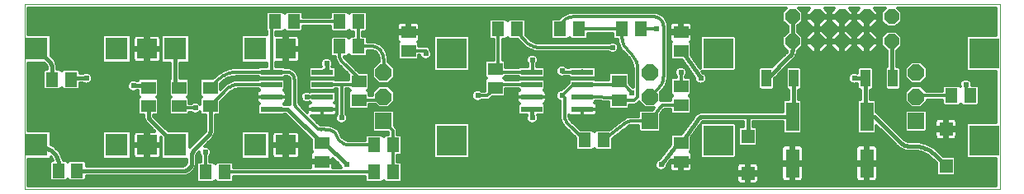
<source format=gtl>
G75*
%MOIN*%
%OFA0B0*%
%FSLAX24Y24*%
%IPPOS*%
%LPD*%
%AMOC8*
5,1,8,0,0,1.08239X$1,22.5*
%
%ADD10C,0.0000*%
%ADD11R,0.0591X0.0512*%
%ADD12R,0.0512X0.0591*%
%ADD13R,0.0660X0.0660*%
%ADD14OC8,0.0660*%
%ADD15R,0.1227X0.1227*%
%ADD16R,0.0915X0.0915*%
%ADD17R,0.0797X0.0797*%
%ADD18OC8,0.0600*%
%ADD19R,0.0551X0.1181*%
%ADD20R,0.0866X0.0236*%
%ADD21R,0.0394X0.0709*%
%ADD22R,0.0551X0.0551*%
%ADD23C,0.0120*%
%ADD24C,0.0240*%
%ADD25C,0.0160*%
D10*
X001160Y002930D02*
X001160Y010430D01*
X040530Y010430D01*
X040530Y002930D01*
X001160Y002930D01*
D11*
X006160Y006306D03*
X007410Y006306D03*
X008660Y006306D03*
X008660Y007054D03*
X007410Y007054D03*
X006160Y007054D03*
X013160Y004804D03*
X013160Y004056D03*
X014660Y006556D03*
X014660Y007304D03*
X016660Y008556D03*
X016660Y009304D03*
X020160Y007804D03*
X020160Y007056D03*
X025160Y007304D03*
X027660Y007104D03*
X025160Y006556D03*
X027660Y006356D03*
X027660Y004804D03*
X027660Y004056D03*
X027660Y008556D03*
X027660Y009304D03*
D12*
X026034Y009430D03*
X025286Y009430D03*
X023534Y009430D03*
X022786Y009430D03*
X021034Y009430D03*
X020286Y009430D03*
X014634Y009730D03*
X013886Y009730D03*
X012034Y009730D03*
X011286Y009730D03*
X013886Y008730D03*
X014634Y008730D03*
X003034Y007380D03*
X002286Y007380D03*
X002536Y003680D03*
X003284Y003680D03*
X008486Y003630D03*
X009234Y003630D03*
X015286Y003630D03*
X016034Y003630D03*
X016034Y004730D03*
X015286Y004730D03*
X023786Y004930D03*
X024534Y004930D03*
X038586Y006730D03*
X039334Y006730D03*
D13*
X037154Y005696D03*
X026404Y005696D03*
X015654Y005696D03*
D14*
X015654Y006680D03*
X015654Y007664D03*
X026404Y007664D03*
X026404Y006680D03*
X037154Y006680D03*
X037154Y007664D03*
D15*
X039910Y008452D03*
X029160Y008452D03*
X018410Y008452D03*
X018410Y004908D03*
X029160Y004908D03*
X039910Y004908D03*
D16*
X010491Y004730D03*
X007254Y004730D03*
X004891Y004730D03*
X001654Y004730D03*
X001654Y008630D03*
X004891Y008630D03*
X007254Y008630D03*
X010491Y008630D03*
D17*
X011711Y008630D03*
X006111Y008630D03*
X006111Y004730D03*
X011711Y004730D03*
D18*
X032160Y008930D03*
X033160Y008930D03*
X034160Y008930D03*
X035160Y008930D03*
X036160Y008930D03*
X036160Y009930D03*
X035160Y009930D03*
X034160Y009930D03*
X033160Y009930D03*
X032160Y009930D03*
D19*
X032160Y005875D03*
X035160Y005875D03*
X035160Y003985D03*
X032160Y003985D03*
D20*
X023684Y006180D03*
X023684Y006680D03*
X023684Y007180D03*
X023684Y007680D03*
X021636Y007680D03*
X021636Y007180D03*
X021636Y006680D03*
X021636Y006180D03*
X013184Y006180D03*
X013184Y006680D03*
X013184Y007180D03*
X013184Y007680D03*
X011136Y007680D03*
X011136Y007180D03*
X011136Y006680D03*
X011136Y006180D03*
D21*
X031109Y007430D03*
X032211Y007430D03*
X035109Y007430D03*
X036211Y007430D03*
D22*
X038360Y005378D03*
X038360Y003882D03*
X030360Y003582D03*
X030360Y005078D03*
D23*
X030756Y005063D02*
X035994Y005063D01*
X035876Y005182D02*
X035502Y005182D01*
X035485Y005164D02*
X035556Y005235D01*
X035556Y005502D01*
X036296Y004761D01*
X036355Y004702D01*
X036462Y004596D01*
X036741Y004480D01*
X037067Y004480D01*
X037197Y004471D01*
X037448Y004404D01*
X037672Y004275D01*
X037770Y004189D01*
X037824Y004136D01*
X037964Y003995D01*
X037964Y003557D01*
X038035Y003486D01*
X038685Y003486D01*
X038756Y003557D01*
X038756Y004207D01*
X038685Y004278D01*
X038247Y004278D01*
X038106Y004418D01*
X038053Y004472D01*
X037923Y004602D01*
X037605Y004785D01*
X037251Y004880D01*
X036892Y004880D01*
X036822Y004887D01*
X036692Y004941D01*
X036638Y004985D01*
X036579Y005044D01*
X035665Y005958D01*
X035556Y006067D01*
X035556Y006515D01*
X035485Y006585D01*
X035309Y006585D01*
X035309Y006956D01*
X035355Y006956D01*
X035426Y007026D01*
X035426Y007834D01*
X035355Y007904D01*
X034862Y007904D01*
X034792Y007834D01*
X034792Y007635D01*
X034708Y007670D01*
X034612Y007670D01*
X034524Y007633D01*
X034457Y007566D01*
X034420Y007478D01*
X034420Y007382D01*
X034457Y007294D01*
X034524Y007227D01*
X034612Y007190D01*
X034708Y007190D01*
X034792Y007225D01*
X034792Y007026D01*
X034862Y006956D01*
X034909Y006956D01*
X034909Y006585D01*
X034835Y006585D01*
X034764Y006515D01*
X034764Y005235D01*
X034835Y005164D01*
X035485Y005164D01*
X035556Y005300D02*
X035757Y005300D01*
X035639Y005419D02*
X035556Y005419D01*
X036086Y005537D02*
X036704Y005537D01*
X036704Y005419D02*
X036204Y005419D01*
X036323Y005300D02*
X036720Y005300D01*
X036704Y005316D02*
X036774Y005246D01*
X037534Y005246D01*
X037604Y005316D01*
X037604Y006075D01*
X037534Y006146D01*
X036774Y006146D01*
X036704Y006075D01*
X036704Y005316D01*
X036441Y005182D02*
X037924Y005182D01*
X037924Y005081D02*
X037935Y005041D01*
X037956Y005004D01*
X037986Y004974D01*
X038023Y004953D01*
X038063Y004942D01*
X038300Y004942D01*
X038300Y005318D01*
X038420Y005318D01*
X038420Y004942D01*
X038657Y004942D01*
X038697Y004953D01*
X038734Y004974D01*
X038764Y005004D01*
X038785Y005041D01*
X038796Y005081D01*
X038796Y005318D01*
X038420Y005318D01*
X038420Y005438D01*
X038796Y005438D01*
X038796Y005675D01*
X038785Y005715D01*
X038764Y005752D01*
X038734Y005782D01*
X038697Y005803D01*
X038657Y005814D01*
X038420Y005814D01*
X038420Y005438D01*
X038300Y005438D01*
X038300Y005318D01*
X037924Y005318D01*
X037924Y005081D01*
X037929Y005063D02*
X036560Y005063D01*
X036579Y005044D02*
X036579Y005044D01*
X036687Y004945D02*
X038056Y004945D01*
X038300Y004945D02*
X038420Y004945D01*
X038420Y005063D02*
X038300Y005063D01*
X038300Y005182D02*
X038420Y005182D01*
X038420Y005300D02*
X038300Y005300D01*
X038300Y005419D02*
X037604Y005419D01*
X037604Y005537D02*
X037924Y005537D01*
X037924Y005438D02*
X037924Y005675D01*
X037935Y005715D01*
X037956Y005752D01*
X037986Y005782D01*
X038023Y005803D01*
X038063Y005814D01*
X038300Y005814D01*
X038300Y005438D01*
X037924Y005438D01*
X037924Y005300D02*
X037588Y005300D01*
X038300Y005537D02*
X038420Y005537D01*
X038420Y005419D02*
X039177Y005419D01*
X039177Y005537D02*
X038796Y005537D01*
X038796Y005656D02*
X040370Y005656D01*
X040370Y005642D02*
X039247Y005642D01*
X039177Y005571D01*
X039177Y004245D01*
X039247Y004175D01*
X040370Y004175D01*
X040370Y003090D01*
X001320Y003090D01*
X001320Y004152D01*
X002162Y004152D01*
X002232Y004223D01*
X002232Y004229D01*
X002251Y004212D01*
X002301Y004095D01*
X002230Y004095D01*
X002160Y004025D01*
X002160Y003335D01*
X002230Y003265D01*
X002842Y003265D01*
X002910Y003333D01*
X002978Y003265D01*
X003590Y003265D01*
X003660Y003335D01*
X003660Y003480D01*
X007667Y003480D01*
X007870Y003564D01*
X008026Y003720D01*
X008110Y003923D01*
X008110Y004284D01*
X008113Y004314D01*
X008136Y004369D01*
X008155Y004392D01*
X008204Y004441D01*
X008214Y004451D01*
X008220Y004457D01*
X008220Y004382D01*
X008257Y004294D01*
X008285Y004265D01*
X008292Y004045D01*
X008180Y004045D01*
X008110Y003975D01*
X008110Y003285D01*
X008180Y003215D01*
X008792Y003215D01*
X008860Y003283D01*
X008928Y003215D01*
X009540Y003215D01*
X009610Y003285D01*
X009610Y003450D01*
X014910Y003450D01*
X014910Y003285D01*
X014980Y003215D01*
X015592Y003215D01*
X015660Y003283D01*
X015728Y003215D01*
X016340Y003215D01*
X016410Y003285D01*
X016410Y003975D01*
X016340Y004045D01*
X016214Y004045D01*
X016214Y004315D01*
X016340Y004315D01*
X016410Y004385D01*
X016410Y005075D01*
X016340Y005145D01*
X016214Y005145D01*
X016214Y005390D01*
X016104Y005500D01*
X016104Y006075D01*
X016034Y006146D01*
X015274Y006146D01*
X015204Y006075D01*
X015204Y005316D01*
X015274Y005246D01*
X015850Y005246D01*
X015854Y005241D01*
X015854Y005145D01*
X015728Y005145D01*
X015660Y005077D01*
X015592Y005145D01*
X014980Y005145D01*
X014910Y005075D01*
X014910Y004910D01*
X014296Y004910D01*
X014208Y004923D01*
X014044Y005000D01*
X013992Y005046D01*
X013893Y005252D01*
X013892Y005288D01*
X013862Y005316D01*
X013844Y005354D01*
X013810Y005366D01*
X013754Y005418D01*
X013754Y005419D02*
X015204Y005419D01*
X015204Y005537D02*
X013366Y005537D01*
X013358Y005538D02*
X013351Y005533D01*
X013254Y005537D01*
X013356Y005537D01*
X013358Y005538D02*
X013425Y005530D01*
X013492Y005528D01*
X013498Y005522D01*
X013546Y005516D01*
X013546Y005516D01*
X013754Y005418D01*
X013754Y005418D01*
X013879Y005300D02*
X015220Y005300D01*
X015654Y005696D02*
X016034Y005316D01*
X016034Y004730D01*
X016034Y003630D01*
X016410Y003641D02*
X027340Y003641D01*
X027344Y003640D02*
X027600Y003640D01*
X027600Y003996D01*
X027205Y003996D01*
X027205Y003779D01*
X027216Y003738D01*
X027237Y003702D01*
X027266Y003672D01*
X027303Y003651D01*
X027344Y003640D01*
X027210Y003760D02*
X027029Y003760D01*
X026996Y003727D02*
X027063Y003794D01*
X027100Y003882D01*
X027100Y003914D01*
X027256Y004116D01*
X027600Y004116D01*
X027600Y003996D01*
X027720Y003996D01*
X027720Y004116D01*
X028115Y004116D01*
X028115Y004333D01*
X028104Y004374D01*
X028083Y004410D01*
X028054Y004440D01*
X028030Y004453D01*
X028075Y004498D01*
X028075Y005039D01*
X028427Y005527D01*
X028427Y004245D01*
X028497Y004175D01*
X029823Y004175D01*
X029893Y004245D01*
X029893Y005571D01*
X029823Y005642D01*
X028509Y005642D01*
X028517Y005652D01*
X028533Y005675D01*
X030160Y005675D01*
X030160Y005474D01*
X030035Y005474D01*
X029964Y005403D01*
X029964Y004753D01*
X030035Y004682D01*
X030685Y004682D01*
X030756Y004753D01*
X030756Y005403D01*
X030685Y005474D01*
X030560Y005474D01*
X030560Y005675D01*
X031764Y005675D01*
X031764Y005235D01*
X031835Y005164D01*
X032485Y005164D01*
X032556Y005235D01*
X032556Y006515D01*
X032485Y006585D01*
X032411Y006585D01*
X032411Y006956D01*
X032458Y006956D01*
X032528Y007026D01*
X032528Y007834D01*
X032458Y007904D01*
X031965Y007904D01*
X031894Y007834D01*
X031894Y007026D01*
X031965Y006956D01*
X032011Y006956D01*
X032011Y006585D01*
X031835Y006585D01*
X031764Y006515D01*
X031764Y006075D01*
X028436Y006075D01*
X028266Y005988D01*
X028266Y005988D01*
X028266Y005988D01*
X028258Y005977D01*
X028216Y005919D01*
X028210Y005910D01*
X028161Y005843D01*
X028161Y005843D01*
X027684Y005180D01*
X027315Y005180D01*
X027245Y005110D01*
X027245Y004756D01*
X026783Y004158D01*
X026724Y004133D01*
X026657Y004066D01*
X026620Y003978D01*
X026620Y003882D01*
X026657Y003794D01*
X026724Y003727D01*
X026812Y003690D01*
X026908Y003690D01*
X026996Y003727D01*
X027098Y003878D02*
X027205Y003878D01*
X027164Y003997D02*
X027600Y003997D01*
X027600Y004115D02*
X027255Y004115D01*
X026841Y004234D02*
X019132Y004234D01*
X019143Y004245D02*
X019143Y005571D01*
X019073Y005642D01*
X017747Y005642D01*
X017677Y005571D01*
X017677Y004245D01*
X017747Y004175D01*
X019073Y004175D01*
X019143Y004245D01*
X019143Y004352D02*
X026933Y004352D01*
X027024Y004471D02*
X019143Y004471D01*
X019143Y004589D02*
X023410Y004589D01*
X023410Y004585D02*
X023480Y004515D01*
X024092Y004515D01*
X024160Y004583D01*
X024228Y004515D01*
X024840Y004515D01*
X024910Y004585D01*
X024910Y004991D01*
X025564Y005492D01*
X025580Y005502D01*
X025615Y005514D01*
X025634Y005516D01*
X025954Y005516D01*
X025954Y005316D01*
X026024Y005246D01*
X026784Y005246D01*
X026854Y005316D01*
X026854Y005992D01*
X026994Y006176D01*
X027245Y006176D01*
X027245Y006050D01*
X027315Y005980D01*
X028005Y005980D01*
X028075Y006050D01*
X028075Y006662D01*
X028007Y006730D01*
X028075Y006798D01*
X028075Y007410D01*
X028005Y007480D01*
X027840Y007480D01*
X027840Y007521D01*
X027863Y007544D01*
X027900Y007632D01*
X027900Y007728D01*
X027863Y007816D01*
X027796Y007883D01*
X027708Y007920D01*
X027612Y007920D01*
X027524Y007883D01*
X027457Y007816D01*
X027420Y007728D01*
X027420Y007632D01*
X027457Y007544D01*
X027480Y007521D01*
X027480Y007480D01*
X027315Y007480D01*
X027245Y007410D01*
X027245Y006798D01*
X027313Y006730D01*
X027245Y006662D01*
X027245Y006536D01*
X026965Y006536D01*
X026953Y006544D01*
X026892Y006536D01*
X026854Y006536D01*
X026854Y006866D01*
X026853Y006868D01*
X026879Y006895D01*
X026879Y006895D01*
X026962Y006977D01*
X026962Y006977D01*
X027079Y007181D01*
X027140Y007407D01*
X027140Y009653D01*
X027053Y009863D01*
X026893Y010023D01*
X026893Y010023D01*
X026683Y010110D01*
X023185Y010110D01*
X022889Y009988D01*
X022799Y009897D01*
X022760Y009879D01*
X022748Y009846D01*
X022747Y009845D01*
X022480Y009845D01*
X022410Y009775D01*
X022410Y009085D01*
X022480Y009015D01*
X023092Y009015D01*
X023160Y009083D01*
X023228Y009015D01*
X023840Y009015D01*
X023910Y009085D01*
X023910Y009250D01*
X024910Y009250D01*
X024910Y009085D01*
X024980Y009015D01*
X025106Y009015D01*
X025106Y008925D01*
X025244Y008591D01*
X025319Y008516D01*
X025466Y008369D01*
X025519Y008317D01*
X025581Y008246D01*
X025675Y008083D01*
X025724Y007901D01*
X025730Y007807D01*
X025730Y007061D01*
X025708Y007070D01*
X025700Y007070D01*
X025575Y007228D01*
X025575Y007610D01*
X025505Y007680D01*
X024815Y007680D01*
X024745Y007610D01*
X024745Y007360D01*
X024225Y007360D01*
X024166Y007418D01*
X023201Y007418D01*
X023131Y007348D01*
X023131Y007255D01*
X022845Y006970D01*
X022812Y006970D01*
X022724Y006933D01*
X022657Y006866D01*
X022620Y006778D01*
X022620Y006682D01*
X022657Y006594D01*
X022724Y006527D01*
X022780Y006503D01*
X022780Y005800D01*
X022882Y005553D01*
X022924Y005511D01*
X023410Y005025D01*
X023410Y004585D01*
X023410Y004708D02*
X019143Y004708D01*
X019143Y004826D02*
X023410Y004826D01*
X023410Y004945D02*
X019143Y004945D01*
X019143Y005063D02*
X023372Y005063D01*
X023254Y005182D02*
X019143Y005182D01*
X019143Y005300D02*
X023135Y005300D01*
X023017Y005419D02*
X019143Y005419D01*
X019143Y005537D02*
X022898Y005537D01*
X022882Y005553D02*
X022882Y005553D01*
X022840Y005656D02*
X021825Y005656D01*
X021796Y005627D02*
X021863Y005694D01*
X021900Y005782D01*
X021900Y005878D01*
X021873Y005942D01*
X022119Y005942D01*
X022189Y006012D01*
X022189Y006348D01*
X022126Y006411D01*
X022131Y006413D01*
X022168Y006434D01*
X022197Y006464D01*
X022219Y006500D01*
X022229Y006541D01*
X022229Y006680D01*
X022229Y006819D01*
X022219Y006860D01*
X022197Y006896D01*
X022168Y006926D01*
X022131Y006947D01*
X022126Y006949D01*
X022189Y007012D01*
X022189Y007348D01*
X022119Y007418D01*
X021154Y007418D01*
X021095Y007360D01*
X020575Y007360D01*
X020575Y007362D01*
X020507Y007430D01*
X020575Y007498D01*
X020575Y007500D01*
X021095Y007500D01*
X021154Y007442D01*
X022119Y007442D01*
X022189Y007512D01*
X022189Y007848D01*
X022119Y007918D01*
X021840Y007918D01*
X021840Y008021D01*
X021863Y008044D01*
X021900Y008132D01*
X021900Y008228D01*
X021863Y008316D01*
X021796Y008383D01*
X021708Y008420D01*
X021612Y008420D01*
X021524Y008383D01*
X021457Y008316D01*
X021420Y008228D01*
X021420Y008132D01*
X021457Y008044D01*
X021480Y008021D01*
X021480Y007918D01*
X021154Y007918D01*
X021095Y007860D01*
X020575Y007860D01*
X020575Y008110D01*
X020505Y008180D01*
X020466Y008180D01*
X020466Y009015D01*
X020592Y009015D01*
X020660Y009083D01*
X020728Y009015D01*
X021071Y009015D01*
X021085Y009000D01*
X021378Y008707D01*
X021378Y008707D01*
X021450Y008635D01*
X021450Y008635D01*
X021450Y008635D01*
X021776Y008500D01*
X024751Y008500D01*
X024774Y008477D01*
X024862Y008440D01*
X024958Y008440D01*
X025046Y008477D01*
X025113Y008544D01*
X025150Y008632D01*
X025150Y008728D01*
X025113Y008816D01*
X025046Y008883D01*
X024958Y008920D01*
X024862Y008920D01*
X024774Y008883D01*
X024751Y008860D01*
X021953Y008860D01*
X021850Y008870D01*
X021660Y008949D01*
X021580Y009014D01*
X021410Y009185D01*
X021410Y009775D01*
X021340Y009845D01*
X020728Y009845D01*
X020660Y009777D01*
X020592Y009845D01*
X019980Y009845D01*
X019910Y009775D01*
X019910Y009085D01*
X019980Y009015D01*
X020106Y009015D01*
X020106Y008180D01*
X019815Y008180D01*
X019745Y008110D01*
X019745Y007498D01*
X019813Y007430D01*
X019745Y007362D01*
X019745Y006910D01*
X019619Y006910D01*
X019596Y006933D01*
X019508Y006970D01*
X019412Y006970D01*
X019324Y006933D01*
X019257Y006866D01*
X019220Y006778D01*
X019220Y006682D01*
X019257Y006594D01*
X019324Y006527D01*
X019412Y006490D01*
X019508Y006490D01*
X019596Y006527D01*
X019619Y006550D01*
X019909Y006550D01*
X020039Y006680D01*
X020505Y006680D01*
X020575Y006750D01*
X020575Y007000D01*
X021095Y007000D01*
X021147Y006949D01*
X021142Y006947D01*
X021105Y006926D01*
X021075Y006896D01*
X021054Y006860D01*
X021043Y006819D01*
X021043Y006680D01*
X021043Y006541D01*
X021054Y006500D01*
X021075Y006464D01*
X021105Y006434D01*
X021142Y006413D01*
X021147Y006411D01*
X021083Y006348D01*
X021083Y006012D01*
X021154Y005942D01*
X021436Y005942D01*
X021436Y005917D01*
X021420Y005878D01*
X021420Y005782D01*
X021457Y005694D01*
X021524Y005627D01*
X021612Y005590D01*
X021708Y005590D01*
X021796Y005627D01*
X021897Y005774D02*
X022791Y005774D01*
X022780Y005893D02*
X021894Y005893D01*
X021660Y005830D02*
X021636Y005830D01*
X021426Y005893D02*
X016104Y005893D01*
X016104Y006011D02*
X021084Y006011D01*
X021083Y006130D02*
X016050Y006130D01*
X015858Y006248D02*
X021083Y006248D01*
X021102Y006367D02*
X015977Y006367D01*
X016095Y006485D02*
X021063Y006485D01*
X021043Y006604D02*
X019962Y006604D01*
X019834Y006730D02*
X020160Y007056D01*
X020160Y007180D01*
X021636Y007180D01*
X021136Y006959D02*
X020575Y006959D01*
X020575Y006841D02*
X021049Y006841D01*
X021043Y006722D02*
X020547Y006722D01*
X021043Y006680D02*
X021636Y006680D01*
X021043Y006680D01*
X021636Y006680D02*
X021636Y006680D01*
X022229Y006680D01*
X021636Y006680D01*
X021636Y006680D01*
X022136Y006959D02*
X022786Y006959D01*
X022646Y006841D02*
X022224Y006841D01*
X022229Y006722D02*
X022620Y006722D01*
X022653Y006604D02*
X022229Y006604D01*
X022210Y006485D02*
X022780Y006485D01*
X022780Y006367D02*
X022171Y006367D01*
X022189Y006248D02*
X022780Y006248D01*
X022780Y006130D02*
X022189Y006130D01*
X022188Y006011D02*
X022780Y006011D01*
X022960Y005934D02*
X022960Y006630D01*
X022860Y006730D01*
X023310Y007180D01*
X023684Y007180D01*
X025036Y007180D01*
X025160Y007304D01*
X025286Y007304D01*
X025660Y006830D01*
X025910Y006680D02*
X025760Y006530D01*
X025186Y006530D01*
X025160Y006556D01*
X025134Y006656D01*
X023910Y006680D01*
X023684Y006680D01*
X024173Y006449D02*
X024218Y006494D01*
X024745Y006484D01*
X024745Y006250D01*
X024815Y006180D01*
X025505Y006180D01*
X025575Y006250D01*
X025575Y006350D01*
X025835Y006350D01*
X025940Y006455D01*
X025966Y006482D01*
X026218Y006230D01*
X026583Y006230D01*
X026519Y006146D01*
X026024Y006146D01*
X025954Y006075D01*
X025954Y005876D01*
X025556Y005876D01*
X025407Y005826D01*
X025405Y005823D01*
X025298Y005742D01*
X025286Y005733D01*
X025286Y005733D01*
X024780Y005345D01*
X024228Y005345D01*
X024160Y005277D01*
X024092Y005345D01*
X023599Y005345D01*
X023284Y005660D01*
X023245Y005700D01*
X023232Y005713D01*
X023193Y005760D01*
X023146Y005873D01*
X023140Y005934D01*
X023140Y005946D01*
X023152Y005934D01*
X023189Y005913D01*
X023229Y005902D01*
X023684Y005902D01*
X024138Y005902D01*
X024178Y005913D01*
X024215Y005934D01*
X024245Y005964D01*
X024266Y006000D01*
X024277Y006041D01*
X024277Y006180D01*
X024277Y006319D01*
X024266Y006360D01*
X024245Y006396D01*
X024215Y006426D01*
X024178Y006447D01*
X024173Y006449D01*
X024210Y006485D02*
X024672Y006485D01*
X024745Y006367D02*
X024262Y006367D01*
X024277Y006248D02*
X024747Y006248D01*
X024277Y006180D02*
X023684Y006180D01*
X023684Y006180D01*
X024277Y006180D01*
X024277Y006130D02*
X026008Y006130D01*
X025954Y006011D02*
X024269Y006011D01*
X023684Y006011D02*
X023684Y006011D01*
X023684Y005902D02*
X023684Y006180D01*
X023684Y006180D01*
X023684Y005902D01*
X023104Y005586D02*
X023075Y005618D01*
X023049Y005652D01*
X023026Y005688D01*
X023006Y005726D01*
X022990Y005766D01*
X022977Y005807D01*
X022967Y005849D01*
X022962Y005891D01*
X022960Y005934D01*
X023144Y005893D02*
X025954Y005893D01*
X025634Y005696D02*
X026404Y005696D01*
X026904Y006356D01*
X027660Y006356D01*
X028075Y006367D02*
X031764Y006367D01*
X031764Y006485D02*
X028075Y006485D01*
X028075Y006604D02*
X032011Y006604D01*
X032011Y006722D02*
X028015Y006722D01*
X028075Y006841D02*
X032011Y006841D01*
X031961Y006959D02*
X031359Y006959D01*
X031355Y006956D02*
X031426Y007026D01*
X031426Y007413D01*
X032256Y008244D01*
X032276Y008263D01*
X032360Y008466D01*
X032360Y008536D01*
X032580Y008756D01*
X032580Y009104D01*
X032360Y009324D01*
X032360Y009536D01*
X032580Y009756D01*
X032580Y010104D01*
X032414Y010270D01*
X032849Y010270D01*
X032700Y010121D01*
X032700Y009970D01*
X033120Y009970D01*
X033120Y009890D01*
X033200Y009890D01*
X033200Y009970D01*
X033620Y009970D01*
X033620Y010121D01*
X033471Y010270D01*
X033849Y010270D01*
X033700Y010121D01*
X033700Y009970D01*
X034120Y009970D01*
X034120Y009890D01*
X034200Y009890D01*
X034200Y009970D01*
X034620Y009970D01*
X034620Y010121D01*
X034471Y010270D01*
X034849Y010270D01*
X034700Y010121D01*
X034700Y009970D01*
X035120Y009970D01*
X035120Y009890D01*
X035200Y009890D01*
X035200Y009970D01*
X035620Y009970D01*
X035620Y010121D01*
X035471Y010270D01*
X035906Y010270D01*
X035740Y010104D01*
X035740Y009756D01*
X035986Y009510D01*
X036334Y009510D01*
X036580Y009756D01*
X036580Y010104D01*
X036414Y010270D01*
X040370Y010270D01*
X040370Y009185D01*
X039247Y009185D01*
X039177Y009115D01*
X039177Y007789D01*
X039247Y007718D01*
X040370Y007718D01*
X040370Y005642D01*
X040370Y005774D02*
X038741Y005774D01*
X038420Y005774D02*
X038300Y005774D01*
X038300Y005656D02*
X038420Y005656D01*
X037979Y005774D02*
X037604Y005774D01*
X037604Y005656D02*
X037924Y005656D01*
X037604Y005893D02*
X040370Y005893D01*
X040370Y006011D02*
X037604Y006011D01*
X037550Y006130D02*
X040370Y006130D01*
X040370Y006248D02*
X037358Y006248D01*
X037340Y006230D02*
X037604Y006494D01*
X037604Y006550D01*
X038210Y006550D01*
X038210Y006385D01*
X038280Y006315D01*
X038892Y006315D01*
X038960Y006383D01*
X039028Y006315D01*
X039640Y006315D01*
X039710Y006385D01*
X039710Y007075D01*
X039640Y007145D01*
X039400Y007145D01*
X039400Y007228D01*
X039363Y007316D01*
X039296Y007383D01*
X039208Y007420D01*
X039112Y007420D01*
X039024Y007383D01*
X038957Y007316D01*
X038920Y007228D01*
X038920Y007132D01*
X038931Y007106D01*
X038892Y007145D01*
X038280Y007145D01*
X038210Y007075D01*
X038210Y006910D01*
X037560Y006910D01*
X037340Y007130D01*
X036968Y007130D01*
X036704Y006866D01*
X036704Y006494D01*
X036968Y006230D01*
X037340Y006230D01*
X037477Y006367D02*
X038229Y006367D01*
X038210Y006485D02*
X037595Y006485D01*
X037204Y006730D02*
X037154Y006680D01*
X037204Y006730D02*
X038586Y006730D01*
X039160Y006904D02*
X039334Y006730D01*
X039160Y006904D02*
X039160Y007180D01*
X039400Y007196D02*
X040370Y007196D01*
X040370Y007078D02*
X039707Y007078D01*
X039710Y006959D02*
X040370Y006959D01*
X040370Y006841D02*
X039710Y006841D01*
X039710Y006722D02*
X040370Y006722D01*
X040370Y006604D02*
X039710Y006604D01*
X039710Y006485D02*
X040370Y006485D01*
X040370Y006367D02*
X039691Y006367D01*
X038977Y006367D02*
X038943Y006367D01*
X036950Y006248D02*
X035556Y006248D01*
X035556Y006130D02*
X036758Y006130D01*
X036704Y006011D02*
X035612Y006011D01*
X035665Y005958D02*
X035665Y005958D01*
X035730Y005893D02*
X036704Y005893D01*
X036704Y005774D02*
X035849Y005774D01*
X035967Y005656D02*
X036704Y005656D01*
X034764Y005656D02*
X032556Y005656D01*
X032556Y005774D02*
X034764Y005774D01*
X034764Y005893D02*
X032556Y005893D01*
X032556Y006011D02*
X034764Y006011D01*
X034764Y006130D02*
X032556Y006130D01*
X032556Y006248D02*
X034764Y006248D01*
X034764Y006367D02*
X032556Y006367D01*
X032556Y006485D02*
X034764Y006485D01*
X034909Y006604D02*
X032411Y006604D01*
X032411Y006722D02*
X034909Y006722D01*
X034909Y006841D02*
X032411Y006841D01*
X032461Y006959D02*
X034859Y006959D01*
X034792Y007078D02*
X032528Y007078D01*
X032528Y007196D02*
X034598Y007196D01*
X034722Y007196D02*
X034792Y007196D01*
X034448Y007315D02*
X032528Y007315D01*
X032528Y007433D02*
X034420Y007433D01*
X034451Y007552D02*
X032528Y007552D01*
X032528Y007670D02*
X034792Y007670D01*
X034792Y007789D02*
X032528Y007789D01*
X032157Y008144D02*
X035960Y008144D01*
X035960Y008026D02*
X032038Y008026D01*
X031920Y007907D02*
X035960Y007907D01*
X035960Y007900D02*
X035894Y007834D01*
X035894Y007026D01*
X035965Y006956D01*
X036458Y006956D01*
X036528Y007026D01*
X036528Y007834D01*
X036458Y007904D01*
X036360Y007904D01*
X036360Y008536D01*
X036580Y008756D01*
X036580Y009104D01*
X036334Y009350D01*
X035986Y009350D01*
X035740Y009104D01*
X035740Y008756D01*
X035960Y008536D01*
X035960Y007900D01*
X035894Y007789D02*
X035426Y007789D01*
X035426Y007670D02*
X035894Y007670D01*
X035894Y007552D02*
X035426Y007552D01*
X035426Y007433D02*
X035894Y007433D01*
X035894Y007315D02*
X035426Y007315D01*
X035426Y007196D02*
X035894Y007196D01*
X035894Y007078D02*
X035426Y007078D01*
X035359Y006959D02*
X035961Y006959D01*
X035309Y006841D02*
X036704Y006841D01*
X036704Y006722D02*
X035309Y006722D01*
X035309Y006604D02*
X036704Y006604D01*
X036713Y006485D02*
X035556Y006485D01*
X035556Y006367D02*
X036831Y006367D01*
X036797Y006959D02*
X036461Y006959D01*
X036528Y007078D02*
X036915Y007078D01*
X036968Y007214D02*
X037340Y007214D01*
X037604Y007478D01*
X037604Y007851D01*
X037340Y008114D01*
X036968Y008114D01*
X036704Y007851D01*
X036704Y007478D01*
X036968Y007214D01*
X036867Y007315D02*
X036528Y007315D01*
X036528Y007433D02*
X036749Y007433D01*
X036704Y007552D02*
X036528Y007552D01*
X036528Y007670D02*
X036704Y007670D01*
X036704Y007789D02*
X036528Y007789D01*
X036360Y007907D02*
X036760Y007907D01*
X036879Y008026D02*
X036360Y008026D01*
X036360Y008144D02*
X039177Y008144D01*
X039177Y008026D02*
X037429Y008026D01*
X037548Y007907D02*
X039177Y007907D01*
X039177Y007789D02*
X037604Y007789D01*
X037604Y007670D02*
X040370Y007670D01*
X040370Y007552D02*
X037604Y007552D01*
X037559Y007433D02*
X040370Y007433D01*
X040370Y007315D02*
X039364Y007315D01*
X038956Y007315D02*
X037441Y007315D01*
X037393Y007078D02*
X038213Y007078D01*
X038210Y006959D02*
X037511Y006959D01*
X036528Y007196D02*
X038920Y007196D01*
X039177Y008263D02*
X036360Y008263D01*
X036360Y008381D02*
X039177Y008381D01*
X039177Y008500D02*
X036360Y008500D01*
X036442Y008618D02*
X039177Y008618D01*
X039177Y008737D02*
X036560Y008737D01*
X036580Y008855D02*
X039177Y008855D01*
X039177Y008974D02*
X036580Y008974D01*
X036580Y009092D02*
X039177Y009092D01*
X040370Y009211D02*
X036473Y009211D01*
X036355Y009329D02*
X040370Y009329D01*
X040370Y009448D02*
X032360Y009448D01*
X032360Y009329D02*
X032908Y009329D01*
X032969Y009390D02*
X032700Y009121D01*
X032700Y008970D01*
X033120Y008970D01*
X033120Y009390D01*
X032969Y009390D01*
X032969Y009470D02*
X033120Y009470D01*
X033120Y009890D01*
X032700Y009890D01*
X032700Y009739D01*
X032969Y009470D01*
X032873Y009566D02*
X032390Y009566D01*
X032508Y009685D02*
X032755Y009685D01*
X032700Y009803D02*
X032580Y009803D01*
X032580Y009922D02*
X033120Y009922D01*
X033200Y009922D02*
X034120Y009922D01*
X034120Y009890D02*
X033700Y009890D01*
X033700Y009739D01*
X033969Y009470D01*
X034120Y009470D01*
X034120Y009890D01*
X034200Y009890D02*
X034200Y009470D01*
X034351Y009470D01*
X034620Y009739D01*
X034620Y009890D01*
X034200Y009890D01*
X034200Y009922D02*
X035120Y009922D01*
X035120Y009890D02*
X034700Y009890D01*
X034700Y009739D01*
X034969Y009470D01*
X035120Y009470D01*
X035120Y009890D01*
X035200Y009890D02*
X035200Y009470D01*
X035351Y009470D01*
X035620Y009739D01*
X035620Y009890D01*
X035200Y009890D01*
X035200Y009922D02*
X035740Y009922D01*
X035740Y010040D02*
X035620Y010040D01*
X035582Y010159D02*
X035795Y010159D01*
X036525Y010159D02*
X040370Y010159D01*
X040370Y010040D02*
X036580Y010040D01*
X036580Y009922D02*
X040370Y009922D01*
X040370Y009803D02*
X036580Y009803D01*
X036508Y009685D02*
X040370Y009685D01*
X040370Y009566D02*
X036390Y009566D01*
X035930Y009566D02*
X035447Y009566D01*
X035565Y009685D02*
X035812Y009685D01*
X035740Y009803D02*
X035620Y009803D01*
X035200Y009803D02*
X035120Y009803D01*
X035120Y009685D02*
X035200Y009685D01*
X035200Y009566D02*
X035120Y009566D01*
X034873Y009566D02*
X034447Y009566D01*
X034565Y009685D02*
X034755Y009685D01*
X034700Y009803D02*
X034620Y009803D01*
X034200Y009803D02*
X034120Y009803D01*
X034120Y009685D02*
X034200Y009685D01*
X034200Y009566D02*
X034120Y009566D01*
X033873Y009566D02*
X033447Y009566D01*
X033351Y009470D02*
X033620Y009739D01*
X033620Y009890D01*
X033200Y009890D01*
X033200Y009470D01*
X033351Y009470D01*
X033351Y009390D02*
X033200Y009390D01*
X033200Y008970D01*
X033620Y008970D01*
X033620Y009121D01*
X033351Y009390D01*
X033412Y009329D02*
X033908Y009329D01*
X033969Y009390D02*
X033700Y009121D01*
X033700Y008970D01*
X034120Y008970D01*
X034120Y009390D01*
X033969Y009390D01*
X034120Y009329D02*
X034200Y009329D01*
X034200Y009390D02*
X034351Y009390D01*
X034620Y009121D01*
X034620Y008970D01*
X034200Y008970D01*
X034200Y008890D01*
X034620Y008890D01*
X034620Y008739D01*
X034351Y008470D01*
X034200Y008470D01*
X034200Y008890D01*
X034120Y008890D01*
X034120Y008470D01*
X033969Y008470D01*
X033700Y008739D01*
X033700Y008890D01*
X034120Y008890D01*
X034120Y008970D01*
X034200Y008970D01*
X034200Y009390D01*
X034200Y009211D02*
X034120Y009211D01*
X034120Y009092D02*
X034200Y009092D01*
X034200Y008974D02*
X034120Y008974D01*
X034120Y008855D02*
X034200Y008855D01*
X034200Y008737D02*
X034120Y008737D01*
X034120Y008618D02*
X034200Y008618D01*
X034200Y008500D02*
X034120Y008500D01*
X033940Y008500D02*
X033380Y008500D01*
X033351Y008470D02*
X033620Y008739D01*
X033620Y008890D01*
X033200Y008890D01*
X033200Y008970D01*
X033120Y008970D01*
X033120Y008890D01*
X033200Y008890D01*
X033200Y008470D01*
X033351Y008470D01*
X033200Y008500D02*
X033120Y008500D01*
X033120Y008470D02*
X033120Y008890D01*
X032700Y008890D01*
X032700Y008739D01*
X032969Y008470D01*
X033120Y008470D01*
X033120Y008618D02*
X033200Y008618D01*
X033200Y008737D02*
X033120Y008737D01*
X033120Y008855D02*
X033200Y008855D01*
X033200Y008974D02*
X033120Y008974D01*
X033120Y009092D02*
X033200Y009092D01*
X033200Y009211D02*
X033120Y009211D01*
X033120Y009329D02*
X033200Y009329D01*
X033530Y009211D02*
X033790Y009211D01*
X033700Y009092D02*
X033620Y009092D01*
X033620Y008974D02*
X033700Y008974D01*
X033700Y008855D02*
X033620Y008855D01*
X033617Y008737D02*
X033703Y008737D01*
X033821Y008618D02*
X033499Y008618D01*
X032940Y008500D02*
X032360Y008500D01*
X032325Y008381D02*
X035960Y008381D01*
X035960Y008263D02*
X032275Y008263D01*
X032276Y008263D02*
X032276Y008263D01*
X032256Y008244D02*
X032256Y008244D01*
X031828Y008381D02*
X029893Y008381D01*
X029893Y008263D02*
X031710Y008263D01*
X031591Y008144D02*
X029893Y008144D01*
X029893Y008026D02*
X031473Y008026D01*
X031354Y007907D02*
X029893Y007907D01*
X029893Y007789D02*
X029893Y009115D01*
X029823Y009185D01*
X028497Y009185D01*
X028427Y009115D01*
X028427Y007837D01*
X028075Y008359D01*
X028075Y008862D01*
X028030Y008907D01*
X028054Y008920D01*
X028083Y008950D01*
X028104Y008986D01*
X028115Y009027D01*
X028115Y009244D01*
X027720Y009244D01*
X027720Y009364D01*
X028115Y009364D01*
X028115Y009581D01*
X028104Y009622D01*
X028083Y009658D01*
X028054Y009688D01*
X028017Y009709D01*
X027976Y009720D01*
X027720Y009720D01*
X027720Y009364D01*
X027600Y009364D01*
X027600Y009244D01*
X027205Y009244D01*
X027205Y009027D01*
X027216Y008986D01*
X027237Y008950D01*
X027266Y008920D01*
X027290Y008907D01*
X027245Y008862D01*
X027245Y008250D01*
X027315Y008180D01*
X027713Y008180D01*
X028220Y007428D01*
X028220Y007382D01*
X028257Y007294D01*
X028324Y007227D01*
X028412Y007190D01*
X028508Y007190D01*
X028596Y007227D01*
X028663Y007294D01*
X028700Y007382D01*
X028700Y007478D01*
X028663Y007566D01*
X028596Y007633D01*
X028552Y007652D01*
X028507Y007718D01*
X029823Y007718D01*
X029893Y007789D01*
X030792Y007789D01*
X030792Y007834D02*
X030792Y007026D01*
X030862Y006956D01*
X031355Y006956D01*
X031426Y007078D02*
X031894Y007078D01*
X031894Y007196D02*
X031426Y007196D01*
X031426Y007315D02*
X031894Y007315D01*
X031894Y007433D02*
X031446Y007433D01*
X031564Y007552D02*
X031894Y007552D01*
X031894Y007670D02*
X031683Y007670D01*
X031801Y007789D02*
X031894Y007789D01*
X031351Y007904D02*
X030862Y007904D01*
X030792Y007834D01*
X030792Y007670D02*
X028539Y007670D01*
X028669Y007552D02*
X030792Y007552D01*
X030792Y007433D02*
X028700Y007433D01*
X028672Y007315D02*
X030792Y007315D01*
X030792Y007196D02*
X028522Y007196D01*
X028398Y007196D02*
X028075Y007196D01*
X028075Y007078D02*
X030792Y007078D01*
X030859Y006959D02*
X028075Y006959D01*
X027660Y007104D02*
X027660Y007680D01*
X027900Y007670D02*
X028057Y007670D01*
X027977Y007789D02*
X027875Y007789D01*
X027897Y007907D02*
X027739Y007907D01*
X027817Y008026D02*
X027140Y008026D01*
X027140Y008144D02*
X027738Y008144D01*
X028140Y008263D02*
X028427Y008263D01*
X028427Y008381D02*
X028075Y008381D01*
X028075Y008500D02*
X028427Y008500D01*
X028427Y008618D02*
X028075Y008618D01*
X028075Y008737D02*
X028427Y008737D01*
X028427Y008855D02*
X028075Y008855D01*
X028097Y008974D02*
X028427Y008974D01*
X028427Y009092D02*
X028115Y009092D01*
X028115Y009211D02*
X031847Y009211D01*
X031740Y009104D02*
X031740Y008756D01*
X031955Y008541D01*
X031934Y008491D01*
X031915Y008468D01*
X031351Y007904D01*
X031938Y008500D02*
X029893Y008500D01*
X029893Y008618D02*
X031878Y008618D01*
X031760Y008737D02*
X029893Y008737D01*
X029893Y008855D02*
X031740Y008855D01*
X031740Y008974D02*
X029893Y008974D01*
X029893Y009092D02*
X031740Y009092D01*
X031740Y009104D02*
X031960Y009324D01*
X031960Y009536D01*
X031740Y009756D01*
X031740Y010104D01*
X031906Y010270D01*
X001320Y010270D01*
X001320Y009208D01*
X002162Y009208D01*
X002232Y009137D01*
X002232Y008335D01*
X002374Y008193D01*
X002374Y008193D01*
X002397Y008170D01*
X002397Y008170D01*
X002486Y007956D01*
X002486Y007795D01*
X002592Y007795D01*
X002660Y007727D01*
X002728Y007795D01*
X003340Y007795D01*
X003410Y007725D01*
X003410Y007630D01*
X003521Y007630D01*
X003524Y007633D01*
X003612Y007670D01*
X003708Y007670D01*
X003796Y007633D01*
X003863Y007566D01*
X003900Y007478D01*
X003900Y007382D01*
X003863Y007294D01*
X003796Y007227D01*
X003708Y007190D01*
X003612Y007190D01*
X003524Y007227D01*
X003521Y007230D01*
X003410Y007230D01*
X003410Y007035D01*
X003340Y006965D01*
X002728Y006965D01*
X002660Y007033D01*
X002592Y006965D01*
X001980Y006965D01*
X001910Y007035D01*
X001910Y007725D01*
X001980Y007795D01*
X002086Y007795D01*
X002086Y007840D01*
X002082Y007876D01*
X002055Y007941D01*
X002033Y007969D01*
X001949Y008052D01*
X001320Y008052D01*
X001320Y005308D01*
X002162Y005308D01*
X002232Y005237D01*
X002232Y004734D01*
X002241Y004731D01*
X002241Y004731D01*
X002332Y004698D01*
X002332Y004698D01*
X002594Y004452D01*
X002594Y004452D01*
X002736Y004122D01*
X002736Y004095D01*
X002842Y004095D01*
X002910Y004027D01*
X002978Y004095D01*
X003590Y004095D01*
X003660Y004025D01*
X003660Y003880D01*
X007556Y003880D01*
X007586Y003883D01*
X007642Y003906D01*
X007684Y003948D01*
X007707Y004004D01*
X007710Y004034D01*
X007710Y004152D01*
X006747Y004152D01*
X006677Y004223D01*
X006677Y005025D01*
X006670Y005032D01*
X006670Y004790D01*
X006171Y004790D01*
X006051Y004790D01*
X006051Y004670D01*
X005553Y004670D01*
X005553Y004310D01*
X005563Y004270D01*
X005585Y004233D01*
X005614Y004203D01*
X005651Y004182D01*
X005691Y004171D01*
X006051Y004171D01*
X006051Y004670D01*
X006171Y004670D01*
X006171Y004171D01*
X006531Y004171D01*
X006572Y004182D01*
X006608Y004203D01*
X006638Y004233D01*
X006659Y004270D01*
X006670Y004310D01*
X006670Y004670D01*
X006171Y004670D01*
X006171Y004790D01*
X006171Y005289D01*
X006413Y005289D01*
X006039Y005662D01*
X006039Y005662D01*
X006032Y005670D01*
X006032Y005670D01*
X005960Y005843D01*
X005960Y005930D01*
X005815Y005930D01*
X005745Y006000D01*
X005745Y006612D01*
X005813Y006680D01*
X005745Y006748D01*
X005745Y006930D01*
X005699Y006930D01*
X005696Y006927D01*
X005608Y006890D01*
X005512Y006890D01*
X005424Y006927D01*
X005357Y006994D01*
X005320Y007082D01*
X005320Y007178D01*
X005357Y007266D01*
X005424Y007333D01*
X005512Y007370D01*
X005608Y007370D01*
X005696Y007333D01*
X005699Y007330D01*
X005745Y007330D01*
X005745Y007360D01*
X005815Y007430D01*
X006505Y007430D01*
X006575Y007360D01*
X006575Y006748D01*
X006507Y006680D01*
X006575Y006612D01*
X006575Y006000D01*
X006505Y005930D01*
X006361Y005930D01*
X006361Y005923D01*
X006372Y005897D01*
X006381Y005886D01*
X006960Y005308D01*
X007762Y005308D01*
X007832Y005237D01*
X007832Y004635D01*
X007921Y004723D01*
X007931Y004734D01*
X008445Y005248D01*
X008452Y005256D01*
X008459Y005274D01*
X008460Y005284D01*
X008460Y005930D01*
X008315Y005930D01*
X008245Y006000D01*
X008245Y006075D01*
X008196Y006027D01*
X008108Y005990D01*
X008012Y005990D01*
X007924Y006027D01*
X007901Y006050D01*
X007825Y006050D01*
X007825Y006000D01*
X007755Y005930D01*
X007065Y005930D01*
X006995Y006000D01*
X006995Y006612D01*
X007063Y006680D01*
X006995Y006748D01*
X006995Y007360D01*
X007054Y007419D01*
X007054Y008052D01*
X006747Y008052D01*
X006677Y008123D01*
X006677Y009137D01*
X006747Y009208D01*
X007762Y009208D01*
X007832Y009137D01*
X007832Y008123D01*
X007762Y008052D01*
X007454Y008052D01*
X007454Y007430D01*
X007755Y007430D01*
X007825Y007360D01*
X007825Y006748D01*
X007757Y006680D01*
X007825Y006612D01*
X007825Y006410D01*
X007901Y006410D01*
X007924Y006433D01*
X008012Y006470D01*
X008108Y006470D01*
X008196Y006433D01*
X008245Y006385D01*
X008245Y006612D01*
X008313Y006680D01*
X008245Y006748D01*
X008245Y007360D01*
X008315Y007430D01*
X008781Y007430D01*
X008899Y007547D01*
X008899Y007547D01*
X008962Y007611D01*
X008962Y007611D01*
X009247Y007775D01*
X009247Y007775D01*
X009564Y007860D01*
X010595Y007860D01*
X010654Y007918D01*
X010956Y007918D01*
X010956Y008052D01*
X009983Y008052D01*
X009913Y008123D01*
X009913Y009137D01*
X009983Y009208D01*
X010956Y009208D01*
X010956Y009339D01*
X010910Y009385D01*
X010910Y010075D01*
X010980Y010145D01*
X011592Y010145D01*
X011660Y010077D01*
X011728Y010145D01*
X012340Y010145D01*
X012410Y010075D01*
X012410Y009910D01*
X013510Y009910D01*
X013510Y010075D01*
X013580Y010145D01*
X014192Y010145D01*
X014260Y010077D01*
X014328Y010145D01*
X014940Y010145D01*
X015010Y010075D01*
X015010Y009385D01*
X014940Y009315D01*
X014814Y009315D01*
X014814Y009145D01*
X014940Y009145D01*
X015010Y009075D01*
X015010Y008910D01*
X015318Y008910D01*
X015517Y008828D01*
X015517Y008828D01*
X015540Y008804D01*
X015540Y008804D01*
X015676Y008668D01*
X015727Y008617D01*
X015727Y008617D01*
X015840Y008345D01*
X015840Y008114D01*
X015840Y008114D01*
X016104Y007851D01*
X016104Y007478D01*
X015840Y007214D01*
X015468Y007214D01*
X015204Y007478D01*
X015204Y007851D01*
X015468Y008114D01*
X015480Y008114D01*
X015480Y008198D01*
X015473Y008272D01*
X015416Y008409D01*
X015369Y008466D01*
X015361Y008475D01*
X015338Y008497D01*
X015311Y008520D01*
X015246Y008547D01*
X015211Y008550D01*
X015010Y008550D01*
X015010Y008385D01*
X014940Y008315D01*
X014328Y008315D01*
X014260Y008383D01*
X014192Y008315D01*
X014066Y008315D01*
X014068Y008299D01*
X014082Y008265D01*
X014094Y008251D01*
X014665Y007680D01*
X015005Y007680D01*
X015075Y007610D01*
X015075Y006998D01*
X015007Y006930D01*
X015075Y006862D01*
X015075Y006736D01*
X015204Y006736D01*
X015204Y006866D01*
X015468Y007130D01*
X015840Y007130D01*
X016104Y006866D01*
X016104Y006494D01*
X015840Y006230D01*
X015468Y006230D01*
X015322Y006376D01*
X015075Y006376D01*
X015075Y006250D01*
X015005Y006180D01*
X014315Y006180D01*
X014245Y006250D01*
X014245Y006862D01*
X014313Y006930D01*
X014245Y006998D01*
X014245Y007000D01*
X014140Y007000D01*
X014140Y005989D01*
X014163Y005966D01*
X014200Y005878D01*
X014200Y005782D01*
X014163Y005694D01*
X014096Y005627D01*
X014008Y005590D01*
X013912Y005590D01*
X013824Y005627D01*
X013757Y005694D01*
X013720Y005782D01*
X013720Y005878D01*
X013757Y005966D01*
X013780Y005989D01*
X013780Y007000D01*
X013725Y007000D01*
X013666Y006942D01*
X012701Y006942D01*
X012631Y007012D01*
X012631Y007348D01*
X012701Y007418D01*
X013666Y007418D01*
X013725Y007360D01*
X014245Y007360D01*
X014245Y007591D01*
X013787Y008049D01*
X013787Y008049D01*
X013775Y008060D01*
X013706Y008227D01*
X013706Y008315D01*
X013580Y008315D01*
X013510Y008385D01*
X013510Y009075D01*
X013580Y009145D01*
X014192Y009145D01*
X014260Y009077D01*
X014328Y009145D01*
X014454Y009145D01*
X014454Y009315D01*
X014328Y009315D01*
X014260Y009383D01*
X014192Y009315D01*
X013580Y009315D01*
X013510Y009385D01*
X013510Y009550D01*
X012410Y009550D01*
X012410Y009385D01*
X012340Y009315D01*
X011728Y009315D01*
X011660Y009383D01*
X011592Y009315D01*
X011316Y009315D01*
X011316Y009189D01*
X011651Y009189D01*
X011651Y008690D01*
X011771Y008690D01*
X011771Y009189D01*
X012131Y009189D01*
X012172Y009178D01*
X012208Y009157D01*
X012238Y009127D01*
X012259Y009090D01*
X012270Y009050D01*
X012270Y008690D01*
X011771Y008690D01*
X011771Y008570D01*
X011771Y008071D01*
X012131Y008071D01*
X012172Y008082D01*
X012208Y008103D01*
X012238Y008133D01*
X012259Y008170D01*
X012270Y008210D01*
X012270Y008570D01*
X011771Y008570D01*
X011651Y008570D01*
X011651Y008071D01*
X011316Y008071D01*
X011316Y007918D01*
X011619Y007918D01*
X011677Y007860D01*
X011862Y007860D01*
X012036Y007788D01*
X012036Y007788D01*
X012168Y007656D01*
X012168Y007656D01*
X012240Y007482D01*
X012240Y006481D01*
X012244Y006445D01*
X012271Y006379D01*
X012294Y006351D01*
X012591Y006054D01*
X012591Y006180D01*
X013184Y006180D01*
X013777Y006180D01*
X013777Y006319D01*
X013766Y006360D01*
X013745Y006396D01*
X013715Y006426D01*
X013678Y006447D01*
X013673Y006449D01*
X013737Y006512D01*
X013737Y006848D01*
X013666Y006918D01*
X012701Y006918D01*
X012675Y006892D01*
X012608Y006920D01*
X012512Y006920D01*
X012424Y006883D01*
X012357Y006816D01*
X012320Y006728D01*
X012320Y006632D01*
X012357Y006544D01*
X012424Y006477D01*
X012512Y006440D01*
X012608Y006440D01*
X012675Y006468D01*
X012694Y006449D01*
X012689Y006447D01*
X012652Y006426D01*
X012623Y006396D01*
X012601Y006360D01*
X012591Y006319D01*
X012591Y006180D01*
X013184Y006180D01*
X013184Y006180D01*
X013777Y006180D01*
X013777Y006041D01*
X013766Y006000D01*
X013745Y005964D01*
X013715Y005934D01*
X013678Y005913D01*
X013638Y005902D01*
X013184Y005902D01*
X013184Y006180D01*
X013184Y006180D01*
X013184Y005902D01*
X012743Y005902D01*
X013093Y005552D01*
X013100Y005548D01*
X013128Y005542D01*
X013181Y005540D01*
X013243Y005546D01*
X013254Y005537D01*
X013188Y005359D02*
X013158Y005357D01*
X013127Y005358D01*
X013097Y005362D01*
X013067Y005369D01*
X013038Y005379D01*
X013011Y005391D01*
X012984Y005406D01*
X012167Y006223D01*
X012281Y006367D02*
X012605Y006367D01*
X012591Y006248D02*
X012397Y006248D01*
X012515Y006130D02*
X012591Y006130D01*
X013184Y006130D02*
X013184Y006130D01*
X013184Y006180D02*
X013184Y006180D01*
X013777Y006130D02*
X013780Y006130D01*
X013777Y006248D02*
X013780Y006248D01*
X013780Y006367D02*
X013762Y006367D01*
X013780Y006485D02*
X013710Y006485D01*
X013737Y006604D02*
X013780Y006604D01*
X013780Y006722D02*
X013737Y006722D01*
X013737Y006841D02*
X013780Y006841D01*
X013780Y006959D02*
X013684Y006959D01*
X014140Y006959D02*
X014284Y006959D01*
X014245Y006841D02*
X014140Y006841D01*
X014140Y006722D02*
X014245Y006722D01*
X014245Y006604D02*
X014140Y006604D01*
X014140Y006485D02*
X014245Y006485D01*
X014245Y006367D02*
X014140Y006367D01*
X014140Y006248D02*
X014247Y006248D01*
X014140Y006130D02*
X015258Y006130D01*
X015204Y006011D02*
X014140Y006011D01*
X014194Y005893D02*
X015204Y005893D01*
X015204Y005774D02*
X014197Y005774D01*
X014125Y005656D02*
X015204Y005656D01*
X016104Y005656D02*
X021495Y005656D01*
X021423Y005774D02*
X016104Y005774D01*
X016104Y005537D02*
X017677Y005537D01*
X017677Y005419D02*
X016186Y005419D01*
X016214Y005300D02*
X017677Y005300D01*
X017677Y005182D02*
X016214Y005182D01*
X016410Y005063D02*
X017677Y005063D01*
X017677Y004945D02*
X016410Y004945D01*
X016410Y004826D02*
X017677Y004826D01*
X017677Y004708D02*
X016410Y004708D01*
X016410Y004589D02*
X017677Y004589D01*
X017677Y004471D02*
X016410Y004471D01*
X016377Y004352D02*
X017677Y004352D01*
X017688Y004234D02*
X016214Y004234D01*
X016214Y004115D02*
X026706Y004115D01*
X026628Y003997D02*
X016388Y003997D01*
X016410Y003878D02*
X026622Y003878D01*
X026691Y003760D02*
X016410Y003760D01*
X016410Y003523D02*
X030300Y003523D01*
X030300Y003522D02*
X029924Y003522D01*
X029924Y003285D01*
X029935Y003245D01*
X029956Y003208D01*
X029986Y003178D01*
X030023Y003157D01*
X030063Y003146D01*
X030300Y003146D01*
X030300Y003522D01*
X030300Y003642D01*
X030300Y004018D01*
X030063Y004018D01*
X030023Y004007D01*
X029986Y003986D01*
X029956Y003956D01*
X029935Y003919D01*
X029924Y003879D01*
X029924Y003642D01*
X030300Y003642D01*
X030420Y003642D01*
X030420Y004018D01*
X030657Y004018D01*
X030697Y004007D01*
X030734Y003986D01*
X030764Y003956D01*
X030785Y003919D01*
X030796Y003879D01*
X030796Y003642D01*
X030420Y003642D01*
X030420Y003522D01*
X030796Y003522D01*
X030796Y003285D01*
X030785Y003245D01*
X030764Y003208D01*
X030734Y003178D01*
X030697Y003157D01*
X030657Y003146D01*
X030420Y003146D01*
X030420Y003522D01*
X030300Y003522D01*
X030300Y003404D02*
X030420Y003404D01*
X030420Y003286D02*
X030300Y003286D01*
X030300Y003167D02*
X030420Y003167D01*
X030714Y003167D02*
X040370Y003167D01*
X040370Y003286D02*
X035553Y003286D01*
X035564Y003296D02*
X035585Y003333D01*
X035596Y003374D01*
X035596Y003925D01*
X035220Y003925D01*
X035220Y003235D01*
X035457Y003235D01*
X035497Y003245D01*
X035534Y003267D01*
X035564Y003296D01*
X035596Y003404D02*
X040370Y003404D01*
X040370Y003523D02*
X038721Y003523D01*
X038756Y003641D02*
X040370Y003641D01*
X040370Y003760D02*
X038756Y003760D01*
X038756Y003878D02*
X040370Y003878D01*
X040370Y003997D02*
X038756Y003997D01*
X038756Y004115D02*
X040370Y004115D01*
X039188Y004234D02*
X038729Y004234D01*
X039177Y004352D02*
X038173Y004352D01*
X038054Y004471D02*
X039177Y004471D01*
X039177Y004589D02*
X037936Y004589D01*
X037923Y004602D02*
X037923Y004602D01*
X038053Y004472D02*
X038053Y004472D01*
X037538Y004352D02*
X035596Y004352D01*
X035596Y004234D02*
X037719Y004234D01*
X037844Y004115D02*
X035596Y004115D01*
X035596Y004045D02*
X035220Y004045D01*
X035220Y003925D01*
X035100Y003925D01*
X035100Y003235D01*
X034863Y003235D01*
X034823Y003245D01*
X034786Y003267D01*
X034756Y003296D01*
X034735Y003333D01*
X034724Y003374D01*
X034724Y003925D01*
X035100Y003925D01*
X035100Y004045D01*
X034724Y004045D01*
X034724Y004597D01*
X034735Y004637D01*
X034756Y004674D01*
X034786Y004704D01*
X034823Y004725D01*
X034863Y004736D01*
X035100Y004736D01*
X035100Y004045D01*
X035220Y004045D01*
X035220Y004736D01*
X035457Y004736D01*
X035497Y004725D01*
X035534Y004704D01*
X035564Y004674D01*
X035585Y004637D01*
X035596Y004597D01*
X035596Y004045D01*
X035596Y003878D02*
X037964Y003878D01*
X037964Y003760D02*
X035596Y003760D01*
X035596Y003641D02*
X037964Y003641D01*
X037999Y003523D02*
X035596Y003523D01*
X035220Y003523D02*
X035100Y003523D01*
X035100Y003641D02*
X035220Y003641D01*
X035220Y003760D02*
X035100Y003760D01*
X035100Y003878D02*
X035220Y003878D01*
X035220Y003997D02*
X037963Y003997D01*
X037201Y004471D02*
X035596Y004471D01*
X035596Y004589D02*
X036477Y004589D01*
X036462Y004596D02*
X036462Y004596D01*
X036462Y004596D01*
X036350Y004708D02*
X035527Y004708D01*
X035220Y004708D02*
X035100Y004708D01*
X035100Y004589D02*
X035220Y004589D01*
X035220Y004471D02*
X035100Y004471D01*
X035100Y004352D02*
X035220Y004352D01*
X035220Y004234D02*
X035100Y004234D01*
X035100Y004115D02*
X035220Y004115D01*
X035100Y003997D02*
X032220Y003997D01*
X032220Y004045D02*
X032596Y004045D01*
X032596Y004597D01*
X032585Y004637D01*
X032564Y004674D01*
X032534Y004704D01*
X032497Y004725D01*
X032457Y004736D01*
X032220Y004736D01*
X032220Y004045D01*
X032220Y003925D01*
X032220Y003235D01*
X032457Y003235D01*
X032497Y003245D01*
X032534Y003267D01*
X032564Y003296D01*
X032585Y003333D01*
X032596Y003374D01*
X032596Y003925D01*
X032220Y003925D01*
X032100Y003925D01*
X032100Y003235D01*
X031863Y003235D01*
X031823Y003245D01*
X031786Y003267D01*
X031756Y003296D01*
X031735Y003333D01*
X031724Y003374D01*
X031724Y003925D01*
X032100Y003925D01*
X032100Y004045D01*
X031724Y004045D01*
X031724Y004597D01*
X031735Y004637D01*
X031756Y004674D01*
X031786Y004704D01*
X031823Y004725D01*
X031863Y004736D01*
X032100Y004736D01*
X032100Y004045D01*
X032220Y004045D01*
X032220Y004115D02*
X032100Y004115D01*
X032100Y003997D02*
X030715Y003997D01*
X030796Y003878D02*
X031724Y003878D01*
X031724Y003760D02*
X030796Y003760D01*
X030420Y003760D02*
X030300Y003760D01*
X030300Y003878D02*
X030420Y003878D01*
X030420Y003997D02*
X030300Y003997D01*
X030005Y003997D02*
X027720Y003997D01*
X027720Y003996D02*
X028115Y003996D01*
X028115Y003779D01*
X028104Y003738D01*
X028083Y003702D01*
X028054Y003672D01*
X028017Y003651D01*
X027976Y003640D01*
X027720Y003640D01*
X027720Y003996D01*
X027720Y003878D02*
X027600Y003878D01*
X027600Y003760D02*
X027720Y003760D01*
X027720Y003641D02*
X027600Y003641D01*
X027980Y003641D02*
X030300Y003641D01*
X030420Y003641D02*
X031724Y003641D01*
X031724Y003523D02*
X030420Y003523D01*
X030796Y003404D02*
X031724Y003404D01*
X031767Y003286D02*
X030796Y003286D01*
X030006Y003167D02*
X001320Y003167D01*
X001320Y003286D02*
X002210Y003286D01*
X002160Y003404D02*
X001320Y003404D01*
X001320Y003523D02*
X002160Y003523D01*
X002160Y003641D02*
X001320Y003641D01*
X001320Y003760D02*
X002160Y003760D01*
X002160Y003878D02*
X001320Y003878D01*
X001320Y003997D02*
X002160Y003997D01*
X002293Y004115D02*
X001320Y004115D01*
X002574Y004471D02*
X004313Y004471D01*
X004313Y004589D02*
X002448Y004589D01*
X002305Y004708D02*
X004313Y004708D01*
X004313Y004826D02*
X002232Y004826D01*
X002232Y004945D02*
X004313Y004945D01*
X004313Y005063D02*
X002232Y005063D01*
X002232Y005182D02*
X004313Y005182D01*
X004313Y005237D02*
X004313Y004223D01*
X004383Y004152D01*
X005398Y004152D01*
X005468Y004223D01*
X005468Y005237D01*
X005398Y005308D01*
X004383Y005308D01*
X004313Y005237D01*
X004376Y005300D02*
X002170Y005300D01*
X001320Y005419D02*
X006283Y005419D01*
X006165Y005537D02*
X001320Y005537D01*
X001320Y005656D02*
X006046Y005656D01*
X005989Y005774D02*
X001320Y005774D01*
X001320Y005893D02*
X005960Y005893D01*
X005745Y006011D02*
X001320Y006011D01*
X001320Y006130D02*
X005745Y006130D01*
X005745Y006248D02*
X001320Y006248D01*
X001320Y006367D02*
X005745Y006367D01*
X005745Y006485D02*
X001320Y006485D01*
X001320Y006604D02*
X005745Y006604D01*
X005771Y006722D02*
X001320Y006722D01*
X001320Y006841D02*
X005745Y006841D01*
X005392Y006959D02*
X001320Y006959D01*
X001320Y007078D02*
X001910Y007078D01*
X001910Y007196D02*
X001320Y007196D01*
X001320Y007315D02*
X001910Y007315D01*
X001910Y007433D02*
X001320Y007433D01*
X001320Y007552D02*
X001910Y007552D01*
X001910Y007670D02*
X001320Y007670D01*
X001320Y007789D02*
X001974Y007789D01*
X002070Y007907D02*
X001320Y007907D01*
X001320Y008026D02*
X001976Y008026D01*
X002408Y008144D02*
X004313Y008144D01*
X004313Y008123D02*
X004383Y008052D01*
X005398Y008052D01*
X005468Y008123D01*
X005468Y009137D01*
X005398Y009208D01*
X004383Y009208D01*
X004313Y009137D01*
X004313Y008123D01*
X004313Y008263D02*
X002305Y008263D01*
X002232Y008381D02*
X004313Y008381D01*
X004313Y008500D02*
X002232Y008500D01*
X002232Y008618D02*
X004313Y008618D01*
X004313Y008737D02*
X002232Y008737D01*
X002232Y008855D02*
X004313Y008855D01*
X004313Y008974D02*
X002232Y008974D01*
X002232Y009092D02*
X004313Y009092D01*
X005468Y009092D02*
X005564Y009092D01*
X005563Y009090D02*
X005553Y009050D01*
X005553Y008690D01*
X006051Y008690D01*
X006051Y008570D01*
X005553Y008570D01*
X005553Y008210D01*
X005563Y008170D01*
X005585Y008133D01*
X005614Y008103D01*
X005651Y008082D01*
X005691Y008071D01*
X006051Y008071D01*
X006051Y008570D01*
X006171Y008570D01*
X006171Y008071D01*
X006531Y008071D01*
X006572Y008082D01*
X006608Y008103D01*
X006638Y008133D01*
X006659Y008170D01*
X006670Y008210D01*
X006670Y008570D01*
X006171Y008570D01*
X006171Y008690D01*
X006051Y008690D01*
X006051Y009189D01*
X005691Y009189D01*
X005651Y009178D01*
X005614Y009157D01*
X005585Y009127D01*
X005563Y009090D01*
X005553Y008974D02*
X005468Y008974D01*
X005468Y008855D02*
X005553Y008855D01*
X005553Y008737D02*
X005468Y008737D01*
X005468Y008618D02*
X006051Y008618D01*
X006051Y008500D02*
X006171Y008500D01*
X006171Y008618D02*
X006677Y008618D01*
X006670Y008690D02*
X006171Y008690D01*
X006171Y009189D01*
X006531Y009189D01*
X006572Y009178D01*
X006608Y009157D01*
X006638Y009127D01*
X006659Y009090D01*
X006670Y009050D01*
X006670Y008690D01*
X006670Y008737D02*
X006677Y008737D01*
X006670Y008855D02*
X006677Y008855D01*
X006670Y008974D02*
X006677Y008974D01*
X006677Y009092D02*
X006658Y009092D01*
X006171Y009092D02*
X006051Y009092D01*
X006051Y008974D02*
X006171Y008974D01*
X006171Y008855D02*
X006051Y008855D01*
X006051Y008737D02*
X006171Y008737D01*
X006670Y008500D02*
X006677Y008500D01*
X006670Y008381D02*
X006677Y008381D01*
X006670Y008263D02*
X006677Y008263D01*
X006677Y008144D02*
X006644Y008144D01*
X007054Y008026D02*
X002457Y008026D01*
X002486Y007907D02*
X007054Y007907D01*
X007054Y007789D02*
X003346Y007789D01*
X003410Y007670D02*
X007054Y007670D01*
X007054Y007552D02*
X003869Y007552D01*
X003900Y007433D02*
X007054Y007433D01*
X006995Y007315D02*
X006575Y007315D01*
X006575Y007196D02*
X006995Y007196D01*
X006995Y007078D02*
X006575Y007078D01*
X006575Y006959D02*
X006995Y006959D01*
X006995Y006841D02*
X006575Y006841D01*
X006549Y006722D02*
X007021Y006722D01*
X006995Y006604D02*
X006575Y006604D01*
X006575Y006485D02*
X006995Y006485D01*
X006995Y006367D02*
X006575Y006367D01*
X006575Y006248D02*
X006995Y006248D01*
X006995Y006130D02*
X006575Y006130D01*
X006575Y006011D02*
X006995Y006011D01*
X007410Y006230D02*
X007410Y006306D01*
X007410Y006230D02*
X008060Y006230D01*
X008660Y006306D02*
X009351Y006997D01*
X009478Y006869D02*
X009546Y006925D01*
X009706Y006991D01*
X009793Y007000D01*
X010595Y007000D01*
X010647Y006949D01*
X010642Y006947D01*
X010605Y006926D01*
X010575Y006896D01*
X010554Y006860D01*
X010543Y006819D01*
X010543Y006680D01*
X010543Y006541D01*
X010554Y006500D01*
X010575Y006464D01*
X010605Y006434D01*
X010642Y006413D01*
X010647Y006411D01*
X010583Y006348D01*
X010583Y006012D01*
X010654Y005942D01*
X011619Y005942D01*
X011657Y005980D01*
X011701Y005980D01*
X012745Y004936D01*
X012745Y004498D01*
X012790Y004453D01*
X012766Y004440D01*
X012737Y004410D01*
X012716Y004374D01*
X012705Y004333D01*
X012705Y004116D01*
X013100Y004116D01*
X013100Y003996D01*
X012705Y003996D01*
X012705Y003810D01*
X009610Y003810D01*
X009610Y003975D01*
X009540Y004045D01*
X008928Y004045D01*
X008860Y003977D01*
X008792Y004045D01*
X008653Y004045D01*
X008645Y004276D01*
X008663Y004294D01*
X008700Y004382D01*
X008700Y004478D01*
X008663Y004566D01*
X008596Y004633D01*
X008508Y004670D01*
X008433Y004670D01*
X008787Y005024D01*
X008791Y005029D01*
X008860Y005194D01*
X008860Y005930D01*
X009005Y005930D01*
X009075Y006000D01*
X009075Y006467D01*
X009478Y006869D01*
X009449Y006841D02*
X010549Y006841D01*
X010543Y006722D02*
X009331Y006722D01*
X009212Y006604D02*
X010543Y006604D01*
X010543Y006680D02*
X011136Y006680D01*
X011136Y006680D01*
X010543Y006680D01*
X011136Y006680D02*
X011729Y006680D01*
X011729Y006819D01*
X011719Y006860D01*
X011697Y006896D01*
X011668Y006926D01*
X011631Y006947D01*
X011626Y006949D01*
X011689Y007012D01*
X011689Y007348D01*
X011619Y007418D01*
X010654Y007418D01*
X010595Y007360D01*
X009633Y007360D01*
X009337Y007237D01*
X009276Y007177D01*
X009075Y006976D01*
X009075Y007215D01*
X009101Y007240D01*
X009188Y007317D01*
X009389Y007432D01*
X009612Y007492D01*
X009728Y007500D01*
X010595Y007500D01*
X010654Y007442D01*
X011619Y007442D01*
X011677Y007500D01*
X011768Y007500D01*
X011790Y007498D01*
X011830Y007481D01*
X011861Y007450D01*
X011878Y007410D01*
X011880Y007388D01*
X011880Y006373D01*
X011884Y006363D01*
X011867Y006380D01*
X011657Y006380D01*
X011626Y006411D01*
X011631Y006413D01*
X011668Y006434D01*
X011697Y006464D01*
X011719Y006500D01*
X011729Y006541D01*
X011729Y006680D01*
X011136Y006680D01*
X011136Y006680D01*
X010636Y006959D02*
X009628Y006959D01*
X009177Y007078D02*
X009075Y007078D01*
X009075Y007196D02*
X009295Y007196D01*
X009276Y007177D02*
X009276Y007177D01*
X009337Y007237D02*
X009337Y007237D01*
X009186Y007315D02*
X009523Y007315D01*
X009391Y007433D02*
X011868Y007433D01*
X012060Y007388D02*
X012058Y007421D01*
X012053Y007453D01*
X012044Y007484D01*
X012031Y007515D01*
X012015Y007543D01*
X011996Y007570D01*
X011974Y007594D01*
X011950Y007616D01*
X011923Y007635D01*
X011895Y007651D01*
X011864Y007664D01*
X011833Y007673D01*
X011801Y007678D01*
X011768Y007680D01*
X011136Y007680D01*
X009728Y007680D01*
X009297Y007789D02*
X007454Y007789D01*
X007454Y007907D02*
X010643Y007907D01*
X010956Y008026D02*
X007454Y008026D01*
X007832Y008144D02*
X009913Y008144D01*
X009913Y008263D02*
X007832Y008263D01*
X007832Y008381D02*
X009913Y008381D01*
X009913Y008500D02*
X007832Y008500D01*
X007832Y008618D02*
X009913Y008618D01*
X009913Y008737D02*
X007832Y008737D01*
X007832Y008855D02*
X009913Y008855D01*
X009913Y008974D02*
X007832Y008974D01*
X007832Y009092D02*
X009913Y009092D01*
X010956Y009211D02*
X001320Y009211D01*
X001320Y009329D02*
X010956Y009329D01*
X010910Y009448D02*
X001320Y009448D01*
X001320Y009566D02*
X010910Y009566D01*
X010910Y009685D02*
X001320Y009685D01*
X001320Y009803D02*
X010910Y009803D01*
X010910Y009922D02*
X001320Y009922D01*
X001320Y010040D02*
X010910Y010040D01*
X011136Y009730D02*
X011136Y007680D01*
X011630Y007907D02*
X012690Y007907D01*
X012701Y007918D02*
X012631Y007848D01*
X012631Y007512D01*
X012701Y007442D01*
X013666Y007442D01*
X013737Y007512D01*
X013737Y007848D01*
X013666Y007918D01*
X013573Y007918D01*
X013600Y007982D01*
X013600Y008078D01*
X013563Y008166D01*
X013496Y008233D01*
X013408Y008270D01*
X013312Y008270D01*
X013224Y008233D01*
X013157Y008166D01*
X013120Y008078D01*
X013120Y007982D01*
X013144Y007924D01*
X013139Y007918D01*
X012701Y007918D01*
X012631Y007789D02*
X012035Y007789D01*
X012154Y007670D02*
X012631Y007670D01*
X012631Y007552D02*
X012211Y007552D01*
X012240Y007433D02*
X014245Y007433D01*
X014245Y007552D02*
X013737Y007552D01*
X013737Y007670D02*
X014165Y007670D01*
X014047Y007789D02*
X013737Y007789D01*
X013677Y007907D02*
X013928Y007907D01*
X013810Y008026D02*
X013600Y008026D01*
X013573Y008144D02*
X013741Y008144D01*
X013706Y008263D02*
X013426Y008263D01*
X013294Y008263D02*
X012270Y008263D01*
X012270Y008381D02*
X013514Y008381D01*
X013510Y008500D02*
X012270Y008500D01*
X011771Y008500D02*
X011651Y008500D01*
X011651Y008381D02*
X011771Y008381D01*
X011771Y008263D02*
X011651Y008263D01*
X011651Y008144D02*
X011771Y008144D01*
X011316Y008026D02*
X013120Y008026D01*
X013147Y008144D02*
X012244Y008144D01*
X011771Y008618D02*
X013510Y008618D01*
X013510Y008737D02*
X012270Y008737D01*
X012270Y008855D02*
X013510Y008855D01*
X013510Y008974D02*
X012270Y008974D01*
X012258Y009092D02*
X013527Y009092D01*
X014245Y009092D02*
X014275Y009092D01*
X014454Y009211D02*
X011316Y009211D01*
X011606Y009329D02*
X011714Y009329D01*
X012354Y009329D02*
X013566Y009329D01*
X013510Y009448D02*
X012410Y009448D01*
X012034Y009730D02*
X013886Y009730D01*
X014634Y009730D02*
X014634Y008730D01*
X015211Y008730D01*
X015451Y008855D02*
X016245Y008855D01*
X016245Y008862D02*
X016245Y008250D01*
X016315Y008180D01*
X017005Y008180D01*
X017075Y008250D01*
X017075Y008376D01*
X017123Y008376D01*
X017157Y008294D01*
X017224Y008227D01*
X017312Y008190D01*
X017408Y008190D01*
X017496Y008227D01*
X017563Y008294D01*
X017600Y008382D01*
X017600Y008478D01*
X017563Y008566D01*
X017540Y008589D01*
X017540Y008631D01*
X017435Y008736D01*
X017075Y008736D01*
X017075Y008862D01*
X017030Y008907D01*
X017054Y008920D01*
X017083Y008950D01*
X017104Y008986D01*
X017115Y009027D01*
X017115Y009244D01*
X016720Y009244D01*
X016720Y009364D01*
X017115Y009364D01*
X017115Y009581D01*
X017104Y009622D01*
X017083Y009658D01*
X017054Y009688D01*
X017017Y009709D01*
X016976Y009720D01*
X016720Y009720D01*
X016720Y009364D01*
X016600Y009364D01*
X016600Y009244D01*
X016205Y009244D01*
X016205Y009027D01*
X016216Y008986D01*
X016237Y008950D01*
X016266Y008920D01*
X016290Y008907D01*
X016245Y008862D01*
X016223Y008974D02*
X015010Y008974D01*
X014993Y009092D02*
X016205Y009092D01*
X016205Y009211D02*
X014814Y009211D01*
X014954Y009329D02*
X016600Y009329D01*
X016600Y009364D02*
X016205Y009364D01*
X016205Y009581D01*
X016216Y009622D01*
X016237Y009658D01*
X016266Y009688D01*
X016303Y009709D01*
X016344Y009720D01*
X016600Y009720D01*
X016600Y009364D01*
X016600Y009448D02*
X016720Y009448D01*
X016720Y009566D02*
X016600Y009566D01*
X016600Y009685D02*
X016720Y009685D01*
X017057Y009685D02*
X019910Y009685D01*
X019910Y009566D02*
X017115Y009566D01*
X017115Y009448D02*
X019910Y009448D01*
X019910Y009329D02*
X016720Y009329D01*
X017115Y009211D02*
X019910Y009211D01*
X019910Y009092D02*
X019143Y009092D01*
X019143Y009115D02*
X019073Y009185D01*
X017747Y009185D01*
X017677Y009115D01*
X017677Y007789D01*
X017747Y007718D01*
X019073Y007718D01*
X019143Y007789D01*
X019143Y009115D01*
X019143Y008974D02*
X020106Y008974D01*
X020106Y008855D02*
X019143Y008855D01*
X019143Y008737D02*
X020106Y008737D01*
X020106Y008618D02*
X019143Y008618D01*
X019143Y008500D02*
X020106Y008500D01*
X020106Y008381D02*
X019143Y008381D01*
X019143Y008263D02*
X020106Y008263D01*
X019779Y008144D02*
X019143Y008144D01*
X019143Y008026D02*
X019745Y008026D01*
X019745Y007907D02*
X019143Y007907D01*
X019143Y007789D02*
X019745Y007789D01*
X019745Y007670D02*
X016104Y007670D01*
X016104Y007552D02*
X019745Y007552D01*
X019810Y007433D02*
X016059Y007433D01*
X015941Y007315D02*
X019745Y007315D01*
X019745Y007196D02*
X015075Y007196D01*
X015075Y007078D02*
X015415Y007078D01*
X015297Y006959D02*
X015036Y006959D01*
X015075Y006841D02*
X015204Y006841D01*
X015530Y006556D02*
X015654Y006680D01*
X015530Y006556D02*
X014660Y006556D01*
X015075Y006367D02*
X015331Y006367D01*
X015450Y006248D02*
X015073Y006248D01*
X016104Y006604D02*
X019253Y006604D01*
X019220Y006722D02*
X016104Y006722D01*
X016104Y006841D02*
X019246Y006841D01*
X019386Y006959D02*
X016011Y006959D01*
X015893Y007078D02*
X019745Y007078D01*
X019745Y006959D02*
X019534Y006959D01*
X019460Y006730D02*
X019834Y006730D01*
X020510Y007433D02*
X024745Y007433D01*
X024745Y007552D02*
X024237Y007552D01*
X024237Y007512D02*
X024237Y007848D01*
X024166Y007918D01*
X023201Y007918D01*
X023143Y007860D01*
X023066Y007860D01*
X023063Y007866D01*
X022996Y007933D01*
X022908Y007970D01*
X022812Y007970D01*
X022724Y007933D01*
X022657Y007866D01*
X022620Y007778D01*
X022620Y007682D01*
X022657Y007594D01*
X022724Y007527D01*
X022784Y007502D01*
X022785Y007500D01*
X022788Y007500D01*
X022812Y007490D01*
X022908Y007490D01*
X022932Y007500D01*
X023143Y007500D01*
X023201Y007442D01*
X024166Y007442D01*
X024237Y007512D01*
X024237Y007670D02*
X024805Y007670D01*
X025910Y007807D02*
X025908Y007866D01*
X025902Y007925D01*
X025893Y007983D01*
X025879Y008040D01*
X025862Y008097D01*
X025841Y008152D01*
X025817Y008206D01*
X025789Y008258D01*
X025758Y008308D01*
X025724Y008355D01*
X025686Y008401D01*
X025646Y008444D01*
X025499Y008591D01*
X025336Y008500D02*
X025069Y008500D01*
X025144Y008618D02*
X025233Y008618D01*
X025244Y008591D02*
X025244Y008591D01*
X025319Y008516D02*
X025319Y008516D01*
X025454Y008381D02*
X021798Y008381D01*
X021886Y008263D02*
X025566Y008263D01*
X025640Y008144D02*
X021900Y008144D01*
X021845Y008026D02*
X025690Y008026D01*
X025722Y007907D02*
X024177Y007907D01*
X024237Y007789D02*
X025730Y007789D01*
X025730Y007670D02*
X025515Y007670D01*
X025575Y007552D02*
X025730Y007552D01*
X025730Y007433D02*
X025575Y007433D01*
X025575Y007315D02*
X025730Y007315D01*
X025730Y007196D02*
X025600Y007196D01*
X025694Y007078D02*
X025730Y007078D01*
X026410Y006680D02*
X026752Y007022D01*
X026944Y006959D02*
X027245Y006959D01*
X027245Y006841D02*
X026854Y006841D01*
X026854Y006722D02*
X027305Y006722D01*
X027245Y006604D02*
X026854Y006604D01*
X026410Y006680D02*
X026404Y006680D01*
X025910Y006680D02*
X025910Y007807D01*
X026960Y007524D02*
X026958Y007473D01*
X026953Y007423D01*
X026944Y007373D01*
X026931Y007324D01*
X026915Y007276D01*
X026896Y007229D01*
X026873Y007183D01*
X026847Y007140D01*
X026818Y007098D01*
X026786Y007058D01*
X026752Y007021D01*
X026962Y006977D02*
X026962Y006977D01*
X027020Y007078D02*
X027245Y007078D01*
X027245Y007196D02*
X027083Y007196D01*
X027079Y007181D02*
X027079Y007181D01*
X027115Y007315D02*
X027245Y007315D01*
X027268Y007433D02*
X027140Y007433D01*
X027140Y007552D02*
X027453Y007552D01*
X027420Y007670D02*
X027140Y007670D01*
X027140Y007789D02*
X027445Y007789D01*
X027581Y007907D02*
X027140Y007907D01*
X027867Y007552D02*
X028137Y007552D01*
X028217Y007433D02*
X028052Y007433D01*
X028075Y007315D02*
X028248Y007315D01*
X026960Y007524D02*
X026960Y009539D01*
X027140Y009566D02*
X027205Y009566D01*
X027205Y009581D02*
X027205Y009364D01*
X027600Y009364D01*
X027600Y009720D01*
X027344Y009720D01*
X027303Y009709D01*
X027266Y009688D01*
X027237Y009658D01*
X027216Y009622D01*
X027205Y009581D01*
X027263Y009685D02*
X027127Y009685D01*
X027078Y009803D02*
X031740Y009803D01*
X031740Y009922D02*
X026994Y009922D01*
X027053Y009863D02*
X027053Y009863D01*
X026569Y009930D02*
X023345Y009930D01*
X023016Y010040D02*
X015010Y010040D01*
X015010Y009922D02*
X022823Y009922D01*
X022889Y009988D02*
X022889Y009988D01*
X022438Y009803D02*
X021382Y009803D01*
X021410Y009685D02*
X022410Y009685D01*
X022410Y009566D02*
X021410Y009566D01*
X021410Y009448D02*
X022410Y009448D01*
X022410Y009329D02*
X021410Y009329D01*
X021410Y009211D02*
X022410Y009211D01*
X022410Y009092D02*
X021503Y009092D01*
X021630Y008974D02*
X025106Y008974D01*
X025135Y008855D02*
X025074Y008855D01*
X025146Y008737D02*
X025184Y008737D01*
X024910Y008680D02*
X021953Y008680D01*
X021492Y008618D02*
X020466Y008618D01*
X020466Y008500D02*
X024751Y008500D01*
X024910Y009092D02*
X023910Y009092D01*
X023910Y009211D02*
X024910Y009211D01*
X025286Y009106D02*
X025286Y009430D01*
X023534Y009430D01*
X023345Y009930D02*
X023296Y009928D01*
X023247Y009922D01*
X023199Y009913D01*
X023152Y009899D01*
X023106Y009883D01*
X023062Y009862D01*
X023019Y009838D01*
X022978Y009811D01*
X022940Y009780D01*
X022904Y009747D01*
X022903Y009747D02*
X022786Y009430D01*
X021953Y008680D02*
X021903Y008682D01*
X021852Y008687D01*
X021803Y008696D01*
X021754Y008709D01*
X021706Y008725D01*
X021659Y008744D01*
X021614Y008766D01*
X021571Y008792D01*
X021529Y008821D01*
X021490Y008853D01*
X021453Y008887D01*
X021160Y009180D01*
X021160Y009304D01*
X021034Y009430D01*
X021160Y009430D01*
X020286Y009430D02*
X020286Y007804D01*
X020160Y007804D01*
X020160Y007680D01*
X021636Y007680D01*
X021660Y007704D01*
X021660Y008180D01*
X021434Y008263D02*
X020466Y008263D01*
X020466Y008381D02*
X021522Y008381D01*
X021420Y008144D02*
X020541Y008144D01*
X020575Y008026D02*
X021475Y008026D01*
X021143Y007907D02*
X020575Y007907D01*
X022130Y007907D02*
X022698Y007907D01*
X022624Y007789D02*
X022189Y007789D01*
X022189Y007670D02*
X022625Y007670D01*
X022699Y007552D02*
X022189Y007552D01*
X022860Y007680D02*
X022860Y007730D01*
X022860Y007680D02*
X023684Y007680D01*
X023684Y007730D01*
X023190Y007907D02*
X023022Y007907D01*
X023131Y007315D02*
X022189Y007315D01*
X022189Y007196D02*
X023071Y007196D01*
X022953Y007078D02*
X022189Y007078D01*
X025160Y006556D02*
X025160Y006430D01*
X025851Y006367D02*
X026081Y006367D01*
X026200Y006248D02*
X025573Y006248D01*
X026869Y006011D02*
X027284Y006011D01*
X027245Y006130D02*
X026958Y006130D01*
X026854Y005893D02*
X028197Y005893D01*
X028258Y005977D02*
X028258Y005977D01*
X028311Y006011D02*
X028036Y006011D01*
X028075Y006130D02*
X031764Y006130D01*
X031764Y006248D02*
X028075Y006248D01*
X028112Y005774D02*
X026854Y005774D01*
X026854Y005656D02*
X028027Y005656D01*
X027941Y005537D02*
X026854Y005537D01*
X026854Y005419D02*
X027856Y005419D01*
X027771Y005300D02*
X026838Y005300D01*
X027245Y005063D02*
X025004Y005063D01*
X024910Y004945D02*
X027245Y004945D01*
X027245Y004826D02*
X024910Y004826D01*
X024910Y004708D02*
X027207Y004708D01*
X027116Y004589D02*
X024910Y004589D01*
X024534Y004930D02*
X025455Y005635D01*
X025340Y005774D02*
X023187Y005774D01*
X023289Y005656D02*
X025185Y005656D01*
X025031Y005537D02*
X023408Y005537D01*
X023526Y005419D02*
X024876Y005419D01*
X025313Y005300D02*
X025970Y005300D01*
X025954Y005419D02*
X025468Y005419D01*
X025455Y005635D02*
X025482Y005653D01*
X025510Y005669D01*
X025540Y005680D01*
X025570Y005689D01*
X025602Y005694D01*
X025634Y005696D01*
X025407Y005826D02*
X025407Y005826D01*
X025405Y005823D02*
X025405Y005823D01*
X023684Y006130D02*
X023684Y006130D01*
X023104Y005586D02*
X023760Y004930D01*
X023786Y004930D01*
X024137Y005300D02*
X024183Y005300D01*
X025159Y005182D02*
X027685Y005182D01*
X028093Y005063D02*
X028427Y005063D01*
X028427Y004945D02*
X028075Y004945D01*
X028075Y004826D02*
X028427Y004826D01*
X028427Y004708D02*
X028075Y004708D01*
X028075Y004589D02*
X028427Y004589D01*
X028427Y004471D02*
X028047Y004471D01*
X028110Y004352D02*
X028427Y004352D01*
X028438Y004234D02*
X028115Y004234D01*
X027720Y004115D02*
X031724Y004115D01*
X031724Y004234D02*
X029882Y004234D01*
X029893Y004352D02*
X031724Y004352D01*
X031724Y004471D02*
X029893Y004471D01*
X029893Y004589D02*
X031724Y004589D01*
X031793Y004708D02*
X030710Y004708D01*
X030756Y004826D02*
X036231Y004826D01*
X036296Y004761D02*
X036296Y004761D01*
X036113Y004945D02*
X030756Y004945D01*
X030756Y005182D02*
X031818Y005182D01*
X031764Y005300D02*
X030756Y005300D01*
X030740Y005419D02*
X031764Y005419D01*
X031764Y005537D02*
X030560Y005537D01*
X030560Y005656D02*
X031764Y005656D01*
X032556Y005537D02*
X034764Y005537D01*
X034764Y005419D02*
X032556Y005419D01*
X032556Y005300D02*
X034764Y005300D01*
X034818Y005182D02*
X032502Y005182D01*
X032527Y004708D02*
X034793Y004708D01*
X034724Y004589D02*
X032596Y004589D01*
X032596Y004471D02*
X034724Y004471D01*
X034724Y004352D02*
X032596Y004352D01*
X032596Y004234D02*
X034724Y004234D01*
X034724Y004115D02*
X032596Y004115D01*
X032220Y004234D02*
X032100Y004234D01*
X032100Y004352D02*
X032220Y004352D01*
X032220Y004471D02*
X032100Y004471D01*
X032100Y004589D02*
X032220Y004589D01*
X032220Y004708D02*
X032100Y004708D01*
X030010Y004708D02*
X029893Y004708D01*
X029893Y004826D02*
X029964Y004826D01*
X029964Y004945D02*
X029893Y004945D01*
X029893Y005063D02*
X029964Y005063D01*
X029964Y005182D02*
X029893Y005182D01*
X029893Y005300D02*
X029964Y005300D01*
X029980Y005419D02*
X029893Y005419D01*
X029893Y005537D02*
X030160Y005537D01*
X030160Y005656D02*
X028519Y005656D01*
X028427Y005419D02*
X028349Y005419D01*
X028427Y005300D02*
X028263Y005300D01*
X028178Y005182D02*
X028427Y005182D01*
X027660Y004804D02*
X027534Y004804D01*
X028115Y003878D02*
X029924Y003878D01*
X029924Y003760D02*
X028110Y003760D01*
X029924Y003404D02*
X016410Y003404D01*
X016410Y003286D02*
X029924Y003286D01*
X032100Y003286D02*
X032220Y003286D01*
X032220Y003404D02*
X032100Y003404D01*
X032100Y003523D02*
X032220Y003523D01*
X032220Y003641D02*
X032100Y003641D01*
X032100Y003760D02*
X032220Y003760D01*
X032220Y003878D02*
X032100Y003878D01*
X032596Y003878D02*
X034724Y003878D01*
X034724Y003760D02*
X032596Y003760D01*
X032596Y003641D02*
X034724Y003641D01*
X034724Y003523D02*
X032596Y003523D01*
X032596Y003404D02*
X034724Y003404D01*
X034767Y003286D02*
X032553Y003286D01*
X035100Y003286D02*
X035220Y003286D01*
X035220Y003404D02*
X035100Y003404D01*
X037605Y004785D02*
X037605Y004785D01*
X037740Y004708D02*
X039177Y004708D01*
X039177Y004826D02*
X037453Y004826D01*
X038664Y004945D02*
X039177Y004945D01*
X039177Y005063D02*
X038791Y005063D01*
X038796Y005182D02*
X039177Y005182D01*
X039177Y005300D02*
X038796Y005300D01*
X028427Y007907D02*
X028380Y007907D01*
X028427Y008026D02*
X028300Y008026D01*
X028220Y008144D02*
X028427Y008144D01*
X027245Y008263D02*
X027140Y008263D01*
X027140Y008381D02*
X027245Y008381D01*
X027245Y008500D02*
X027140Y008500D01*
X027140Y008618D02*
X027245Y008618D01*
X027245Y008737D02*
X027140Y008737D01*
X027140Y008855D02*
X027245Y008855D01*
X027223Y008974D02*
X027140Y008974D01*
X027140Y009092D02*
X027205Y009092D01*
X027205Y009211D02*
X027140Y009211D01*
X027140Y009329D02*
X027600Y009329D01*
X027600Y009448D02*
X027720Y009448D01*
X027720Y009566D02*
X027600Y009566D01*
X027600Y009685D02*
X027720Y009685D01*
X028057Y009685D02*
X031812Y009685D01*
X031930Y009566D02*
X028115Y009566D01*
X028115Y009448D02*
X031960Y009448D01*
X031960Y009329D02*
X027720Y009329D01*
X027205Y009448D02*
X027140Y009448D01*
X026660Y009430D02*
X026034Y009430D01*
X026569Y009930D02*
X026607Y009928D01*
X026645Y009922D01*
X026683Y009913D01*
X026719Y009900D01*
X026753Y009884D01*
X026786Y009864D01*
X026817Y009841D01*
X026845Y009815D01*
X026871Y009787D01*
X026894Y009756D01*
X026914Y009723D01*
X026930Y009689D01*
X026943Y009653D01*
X026952Y009615D01*
X026958Y009577D01*
X026960Y009539D01*
X026852Y010040D02*
X031740Y010040D01*
X031795Y010159D02*
X001320Y010159D01*
X005468Y008500D02*
X005553Y008500D01*
X005553Y008381D02*
X005468Y008381D01*
X005468Y008263D02*
X005553Y008263D01*
X005578Y008144D02*
X005468Y008144D01*
X006051Y008144D02*
X006171Y008144D01*
X006171Y008263D02*
X006051Y008263D01*
X006051Y008381D02*
X006171Y008381D01*
X007454Y007670D02*
X009065Y007670D01*
X008903Y007552D02*
X007454Y007552D01*
X007454Y007433D02*
X008784Y007433D01*
X008973Y007367D02*
X008660Y007054D01*
X008245Y007078D02*
X007825Y007078D01*
X007825Y007196D02*
X008245Y007196D01*
X008245Y007315D02*
X007825Y007315D01*
X007825Y006959D02*
X008245Y006959D01*
X008245Y006841D02*
X007825Y006841D01*
X007799Y006722D02*
X008271Y006722D01*
X008245Y006604D02*
X007825Y006604D01*
X007825Y006485D02*
X008245Y006485D01*
X009075Y006367D02*
X010602Y006367D01*
X010583Y006248D02*
X009075Y006248D01*
X009075Y006130D02*
X010583Y006130D01*
X010584Y006011D02*
X009075Y006011D01*
X008860Y005893D02*
X011789Y005893D01*
X011907Y005774D02*
X008860Y005774D01*
X008860Y005656D02*
X012026Y005656D01*
X012144Y005537D02*
X008860Y005537D01*
X008860Y005419D02*
X012263Y005419D01*
X012381Y005300D02*
X011006Y005300D01*
X010998Y005308D02*
X009983Y005308D01*
X009913Y005237D01*
X009913Y004223D01*
X009983Y004152D01*
X010998Y004152D01*
X011068Y004223D01*
X011068Y005237D01*
X010998Y005308D01*
X011068Y005182D02*
X011161Y005182D01*
X011163Y005190D02*
X011153Y005150D01*
X011153Y004790D01*
X011651Y004790D01*
X011651Y004670D01*
X011153Y004670D01*
X011153Y004310D01*
X011163Y004270D01*
X011185Y004233D01*
X011214Y004203D01*
X011251Y004182D01*
X011291Y004171D01*
X011651Y004171D01*
X011651Y004670D01*
X011771Y004670D01*
X011771Y004171D01*
X012131Y004171D01*
X012172Y004182D01*
X012208Y004203D01*
X012238Y004233D01*
X012259Y004270D01*
X012270Y004310D01*
X012270Y004670D01*
X011771Y004670D01*
X011771Y004790D01*
X011651Y004790D01*
X011651Y005289D01*
X011291Y005289D01*
X011251Y005278D01*
X011214Y005257D01*
X011185Y005227D01*
X011163Y005190D01*
X011153Y005063D02*
X011068Y005063D01*
X011068Y004945D02*
X011153Y004945D01*
X011153Y004826D02*
X011068Y004826D01*
X011068Y004708D02*
X011651Y004708D01*
X011651Y004826D02*
X011771Y004826D01*
X011771Y004790D02*
X011771Y005289D01*
X012131Y005289D01*
X012172Y005278D01*
X012208Y005257D01*
X012238Y005227D01*
X012259Y005190D01*
X012270Y005150D01*
X012270Y004790D01*
X011771Y004790D01*
X011771Y004708D02*
X012745Y004708D01*
X012745Y004826D02*
X012270Y004826D01*
X012270Y004945D02*
X012737Y004945D01*
X012618Y005063D02*
X012270Y005063D01*
X012261Y005182D02*
X012500Y005182D01*
X011771Y005182D02*
X011651Y005182D01*
X011651Y005063D02*
X011771Y005063D01*
X011771Y004945D02*
X011651Y004945D01*
X011651Y004589D02*
X011771Y004589D01*
X011771Y004471D02*
X011651Y004471D01*
X011651Y004352D02*
X011771Y004352D01*
X011771Y004234D02*
X011651Y004234D01*
X011184Y004234D02*
X011068Y004234D01*
X011068Y004352D02*
X011153Y004352D01*
X011153Y004471D02*
X011068Y004471D01*
X011068Y004589D02*
X011153Y004589D01*
X012270Y004589D02*
X012745Y004589D01*
X012773Y004471D02*
X012270Y004471D01*
X012270Y004352D02*
X012710Y004352D01*
X012705Y004234D02*
X012238Y004234D01*
X013100Y004115D02*
X008650Y004115D01*
X008646Y004234D02*
X009913Y004234D01*
X009913Y004352D02*
X008687Y004352D01*
X008700Y004471D02*
X009913Y004471D01*
X009913Y004589D02*
X008640Y004589D01*
X008470Y004708D02*
X009913Y004708D01*
X009913Y004826D02*
X008589Y004826D01*
X008707Y004945D02*
X009913Y004945D01*
X009913Y005063D02*
X008806Y005063D01*
X008791Y005029D02*
X008791Y005029D01*
X008787Y005024D02*
X008787Y005024D01*
X008855Y005182D02*
X009913Y005182D01*
X009976Y005300D02*
X008860Y005300D01*
X008460Y005300D02*
X007770Y005300D01*
X007832Y005182D02*
X008379Y005182D01*
X008260Y005063D02*
X007832Y005063D01*
X007832Y004945D02*
X008142Y004945D01*
X008023Y004826D02*
X007832Y004826D01*
X007832Y004708D02*
X007905Y004708D01*
X008129Y004352D02*
X008233Y004352D01*
X008286Y004234D02*
X008110Y004234D01*
X008110Y004115D02*
X008290Y004115D01*
X008132Y003997D02*
X008110Y003997D01*
X008110Y003878D02*
X008091Y003878D01*
X008110Y003760D02*
X008042Y003760D01*
X008026Y003720D02*
X008026Y003720D01*
X008026Y003720D01*
X007947Y003641D02*
X008110Y003641D01*
X008110Y003523D02*
X007769Y003523D01*
X007870Y003564D02*
X007870Y003564D01*
X008110Y003404D02*
X003660Y003404D01*
X003610Y003286D02*
X008110Y003286D01*
X008486Y003630D02*
X008460Y004430D01*
X007710Y004115D02*
X002736Y004115D01*
X002688Y004234D02*
X004313Y004234D01*
X004313Y004352D02*
X002637Y004352D01*
X003660Y003997D02*
X007704Y003997D01*
X006677Y004234D02*
X006638Y004234D01*
X006670Y004352D02*
X006677Y004352D01*
X006670Y004471D02*
X006677Y004471D01*
X006670Y004589D02*
X006677Y004589D01*
X006677Y004708D02*
X006171Y004708D01*
X006171Y004826D02*
X006051Y004826D01*
X006051Y004790D02*
X006051Y005289D01*
X005691Y005289D01*
X005651Y005278D01*
X005614Y005257D01*
X005585Y005227D01*
X005563Y005190D01*
X005553Y005150D01*
X005553Y004790D01*
X006051Y004790D01*
X006051Y004708D02*
X005468Y004708D01*
X005468Y004826D02*
X005553Y004826D01*
X005553Y004945D02*
X005468Y004945D01*
X005468Y005063D02*
X005553Y005063D01*
X005561Y005182D02*
X005468Y005182D01*
X005406Y005300D02*
X006402Y005300D01*
X006171Y005182D02*
X006051Y005182D01*
X006051Y005063D02*
X006171Y005063D01*
X006171Y004945D02*
X006051Y004945D01*
X006670Y004945D02*
X006677Y004945D01*
X006670Y004826D02*
X006677Y004826D01*
X006171Y004589D02*
X006051Y004589D01*
X006051Y004471D02*
X006171Y004471D01*
X006171Y004352D02*
X006051Y004352D01*
X006051Y004234D02*
X006171Y004234D01*
X005584Y004234D02*
X005468Y004234D01*
X005468Y004352D02*
X005553Y004352D01*
X005553Y004471D02*
X005468Y004471D01*
X005468Y004589D02*
X005553Y004589D01*
X006849Y005419D02*
X008460Y005419D01*
X008460Y005537D02*
X006730Y005537D01*
X006612Y005656D02*
X008460Y005656D01*
X008460Y005774D02*
X006493Y005774D01*
X006376Y005893D02*
X008460Y005893D01*
X008245Y006011D02*
X008158Y006011D01*
X007962Y006011D02*
X007825Y006011D01*
X009094Y006485D02*
X010563Y006485D01*
X009793Y007180D02*
X009744Y007178D01*
X009695Y007172D01*
X009647Y007163D01*
X009600Y007149D01*
X009553Y007132D01*
X009509Y007112D01*
X009466Y007088D01*
X009425Y007060D01*
X009386Y007030D01*
X009350Y006997D01*
X009793Y007180D02*
X011136Y007180D01*
X011689Y007196D02*
X011880Y007196D01*
X011880Y007078D02*
X011689Y007078D01*
X011636Y006959D02*
X011880Y006959D01*
X011880Y006841D02*
X011724Y006841D01*
X011729Y006722D02*
X011880Y006722D01*
X011880Y006604D02*
X011729Y006604D01*
X011710Y006485D02*
X011880Y006485D01*
X011880Y006367D02*
X011883Y006367D01*
X012060Y006481D02*
X012060Y007388D01*
X012240Y007315D02*
X012631Y007315D01*
X012631Y007196D02*
X012240Y007196D01*
X012240Y007078D02*
X012631Y007078D01*
X012684Y006959D02*
X012240Y006959D01*
X012240Y006841D02*
X012381Y006841D01*
X012320Y006722D02*
X012240Y006722D01*
X012240Y006604D02*
X012332Y006604D01*
X012416Y006485D02*
X012240Y006485D01*
X012060Y006481D02*
X012062Y006445D01*
X012067Y006410D01*
X012076Y006375D01*
X012088Y006342D01*
X012103Y006309D01*
X012121Y006279D01*
X012143Y006250D01*
X012167Y006224D01*
X013184Y006011D02*
X013184Y006011D01*
X012752Y005893D02*
X013726Y005893D01*
X013723Y005774D02*
X012871Y005774D01*
X012989Y005656D02*
X013795Y005656D01*
X013960Y005830D02*
X013960Y007180D01*
X014660Y007180D01*
X014660Y007304D01*
X014660Y007430D01*
X013967Y008123D01*
X014084Y008263D02*
X015474Y008263D01*
X015480Y008144D02*
X014201Y008144D01*
X014319Y008026D02*
X015379Y008026D01*
X015260Y007907D02*
X014438Y007907D01*
X014556Y007789D02*
X015204Y007789D01*
X015204Y007670D02*
X015015Y007670D01*
X015075Y007552D02*
X015204Y007552D01*
X015249Y007433D02*
X015075Y007433D01*
X015075Y007315D02*
X015367Y007315D01*
X015654Y007664D02*
X015660Y007670D01*
X015660Y008198D01*
X015840Y008144D02*
X017677Y008144D01*
X017677Y008026D02*
X015929Y008026D01*
X016048Y007907D02*
X017677Y007907D01*
X017677Y007789D02*
X016104Y007789D01*
X016245Y008263D02*
X015840Y008263D01*
X015825Y008381D02*
X016245Y008381D01*
X016245Y008500D02*
X015776Y008500D01*
X015727Y008618D02*
X016245Y008618D01*
X016245Y008737D02*
X015608Y008737D01*
X015466Y008624D02*
X015496Y008594D01*
X015335Y008500D02*
X015010Y008500D01*
X015006Y008381D02*
X015428Y008381D01*
X015466Y008624D02*
X015440Y008648D01*
X015412Y008669D01*
X015381Y008687D01*
X015349Y008703D01*
X015316Y008714D01*
X015281Y008723D01*
X015246Y008728D01*
X015211Y008730D01*
X014262Y008381D02*
X014258Y008381D01*
X013886Y008318D02*
X013888Y008287D01*
X013893Y008257D01*
X013901Y008227D01*
X013913Y008199D01*
X013928Y008172D01*
X013946Y008147D01*
X013967Y008124D01*
X013886Y008318D02*
X013886Y008730D01*
X015496Y008593D02*
X015526Y008561D01*
X015553Y008527D01*
X015578Y008490D01*
X015599Y008452D01*
X015617Y008412D01*
X015633Y008371D01*
X015645Y008328D01*
X015653Y008285D01*
X015658Y008242D01*
X015660Y008198D01*
X016660Y008556D02*
X017360Y008556D01*
X017360Y008430D01*
X017591Y008500D02*
X017677Y008500D01*
X017677Y008618D02*
X017540Y008618D01*
X017677Y008737D02*
X017075Y008737D01*
X017075Y008855D02*
X017677Y008855D01*
X017677Y008974D02*
X017097Y008974D01*
X017115Y009092D02*
X017677Y009092D01*
X016205Y009448D02*
X015010Y009448D01*
X015010Y009566D02*
X016205Y009566D01*
X016263Y009685D02*
X015010Y009685D01*
X015010Y009803D02*
X019938Y009803D01*
X020634Y009803D02*
X020686Y009803D01*
X020466Y008974D02*
X021112Y008974D01*
X021230Y008855D02*
X020466Y008855D01*
X020466Y008737D02*
X021349Y008737D01*
X017677Y008381D02*
X017599Y008381D01*
X017532Y008263D02*
X017677Y008263D01*
X017188Y008263D02*
X017075Y008263D01*
X013960Y007180D02*
X013184Y007180D01*
X011880Y007315D02*
X011689Y007315D01*
X012560Y006680D02*
X013184Y006680D01*
X013769Y006011D02*
X013780Y006011D01*
X013411Y005351D02*
X013188Y005359D01*
X013714Y005209D02*
X013845Y004937D01*
X013984Y005063D02*
X014910Y005063D01*
X014910Y004945D02*
X014163Y004945D01*
X013927Y005182D02*
X015854Y005182D01*
X015286Y004730D02*
X014288Y004730D01*
X013714Y005208D02*
X013682Y005236D01*
X013648Y005262D01*
X013612Y005284D01*
X013574Y005304D01*
X013535Y005320D01*
X013494Y005334D01*
X013453Y005344D01*
X013411Y005350D01*
X013845Y004937D02*
X013880Y004902D01*
X013919Y004869D01*
X013959Y004840D01*
X014002Y004814D01*
X014046Y004791D01*
X014092Y004771D01*
X014140Y004756D01*
X014188Y004743D01*
X014238Y004735D01*
X014287Y004730D01*
X013286Y004804D02*
X013160Y004804D01*
X013220Y004116D02*
X013615Y004116D01*
X013615Y004192D01*
X013920Y003887D01*
X013920Y003882D01*
X013950Y003810D01*
X013615Y003810D01*
X013615Y003996D01*
X013220Y003996D01*
X013220Y004116D01*
X013220Y004115D02*
X013692Y004115D01*
X013811Y003997D02*
X013220Y003997D01*
X013100Y003997D02*
X009588Y003997D01*
X009610Y003878D02*
X012705Y003878D01*
X013615Y003878D02*
X013922Y003878D01*
X015286Y003630D02*
X009234Y003630D01*
X009610Y003404D02*
X014910Y003404D01*
X014910Y003286D02*
X009610Y003286D01*
X008880Y003997D02*
X008840Y003997D01*
X002958Y003286D02*
X002862Y003286D01*
X008973Y007367D02*
X009020Y007411D01*
X009069Y007453D01*
X009121Y007491D01*
X009175Y007526D01*
X009232Y007558D01*
X009290Y007586D01*
X009349Y007611D01*
X009410Y007632D01*
X009472Y007649D01*
X009535Y007663D01*
X009599Y007672D01*
X009664Y007678D01*
X009728Y007680D01*
X011651Y008737D02*
X011771Y008737D01*
X011771Y008855D02*
X011651Y008855D01*
X011651Y008974D02*
X011771Y008974D01*
X011771Y009092D02*
X011651Y009092D01*
X011286Y009730D02*
X011136Y009730D01*
X012410Y009922D02*
X013510Y009922D01*
X013510Y010040D02*
X012410Y010040D01*
X014206Y009329D02*
X014314Y009329D01*
X005405Y007315D02*
X003872Y007315D01*
X003722Y007196D02*
X005328Y007196D01*
X005322Y007078D02*
X003410Y007078D01*
X003410Y007196D02*
X003598Y007196D01*
X002722Y007789D02*
X002598Y007789D01*
X025286Y009106D02*
X025288Y009054D01*
X025293Y009002D01*
X025303Y008951D01*
X025316Y008901D01*
X025332Y008851D01*
X025352Y008803D01*
X025375Y008757D01*
X025402Y008712D01*
X025431Y008669D01*
X025464Y008629D01*
X025500Y008591D01*
X032442Y008618D02*
X032821Y008618D01*
X032703Y008737D02*
X032560Y008737D01*
X032580Y008855D02*
X032700Y008855D01*
X032700Y008974D02*
X032580Y008974D01*
X032580Y009092D02*
X032700Y009092D01*
X032790Y009211D02*
X032473Y009211D01*
X033120Y009566D02*
X033200Y009566D01*
X033200Y009685D02*
X033120Y009685D01*
X033120Y009803D02*
X033200Y009803D01*
X033565Y009685D02*
X033755Y009685D01*
X033700Y009803D02*
X033620Y009803D01*
X033620Y010040D02*
X033700Y010040D01*
X033738Y010159D02*
X033582Y010159D01*
X032738Y010159D02*
X032525Y010159D01*
X032580Y010040D02*
X032700Y010040D01*
X034582Y010159D02*
X034738Y010159D01*
X034700Y010040D02*
X034620Y010040D01*
X034969Y009390D02*
X034700Y009121D01*
X034700Y008970D01*
X035120Y008970D01*
X035120Y009390D01*
X034969Y009390D01*
X034908Y009329D02*
X034412Y009329D01*
X034530Y009211D02*
X034790Y009211D01*
X034700Y009092D02*
X034620Y009092D01*
X034620Y008974D02*
X034700Y008974D01*
X034700Y008890D02*
X034700Y008739D01*
X034969Y008470D01*
X035120Y008470D01*
X035120Y008890D01*
X035200Y008890D01*
X035200Y008970D01*
X035620Y008970D01*
X035620Y009121D01*
X035351Y009390D01*
X035200Y009390D01*
X035200Y008970D01*
X035120Y008970D01*
X035120Y008890D01*
X034700Y008890D01*
X034700Y008855D02*
X034620Y008855D01*
X034617Y008737D02*
X034703Y008737D01*
X034821Y008618D02*
X034499Y008618D01*
X034380Y008500D02*
X034940Y008500D01*
X035120Y008500D02*
X035200Y008500D01*
X035200Y008470D02*
X035351Y008470D01*
X035620Y008739D01*
X035620Y008890D01*
X035200Y008890D01*
X035200Y008470D01*
X035200Y008618D02*
X035120Y008618D01*
X035120Y008737D02*
X035200Y008737D01*
X035200Y008855D02*
X035120Y008855D01*
X035120Y008974D02*
X035200Y008974D01*
X035200Y009092D02*
X035120Y009092D01*
X035120Y009211D02*
X035200Y009211D01*
X035200Y009329D02*
X035120Y009329D01*
X035412Y009329D02*
X035965Y009329D01*
X035847Y009211D02*
X035530Y009211D01*
X035620Y009092D02*
X035740Y009092D01*
X035740Y008974D02*
X035620Y008974D01*
X035620Y008855D02*
X035740Y008855D01*
X035760Y008737D02*
X035617Y008737D01*
X035499Y008618D02*
X035878Y008618D01*
X035960Y008500D02*
X035380Y008500D01*
D24*
X034660Y007430D03*
X030660Y008430D03*
X027660Y007680D03*
X028460Y007430D03*
X025660Y006830D03*
X022860Y006730D03*
X021660Y005830D03*
X022410Y005680D03*
X023660Y005680D03*
X019460Y006730D03*
X022860Y007730D03*
X021660Y008180D03*
X024910Y008680D03*
X026660Y009430D03*
X028410Y009430D03*
X039160Y007180D03*
X026860Y003930D03*
X014160Y003930D03*
X008460Y004430D03*
X013960Y005830D03*
X012560Y006680D03*
X013360Y008030D03*
X017360Y008430D03*
X008060Y006230D03*
X005560Y007130D03*
X003660Y007430D03*
D25*
X003034Y007430D01*
X003034Y007380D01*
X002286Y007380D02*
X002286Y007840D01*
X002284Y007877D01*
X002279Y007915D01*
X002270Y007951D01*
X002257Y007986D01*
X002241Y008020D01*
X002222Y008052D01*
X002199Y008082D01*
X002174Y008110D01*
X001654Y008630D01*
X005560Y007130D02*
X006084Y007130D01*
X006160Y007054D01*
X007254Y007210D02*
X007410Y007054D01*
X007254Y007210D02*
X007254Y008630D01*
X013184Y007680D02*
X013360Y007856D01*
X013360Y008030D01*
X008660Y006306D02*
X008660Y005284D01*
X008587Y005107D02*
X008014Y004534D01*
X007910Y004284D02*
X007910Y004034D01*
X007908Y003997D01*
X007902Y003960D01*
X007893Y003925D01*
X007879Y003890D01*
X007863Y003857D01*
X007842Y003826D01*
X007819Y003797D01*
X007793Y003771D01*
X007764Y003748D01*
X007733Y003727D01*
X007700Y003711D01*
X007665Y003697D01*
X007630Y003688D01*
X007593Y003682D01*
X007556Y003680D01*
X003284Y003680D01*
X002536Y003680D02*
X002536Y003943D01*
X002534Y003994D01*
X002528Y004045D01*
X002519Y004095D01*
X002505Y004144D01*
X002488Y004192D01*
X002467Y004239D01*
X002443Y004283D01*
X002415Y004326D01*
X002384Y004367D01*
X002350Y004405D01*
X002313Y004440D01*
X002274Y004473D01*
X002232Y004502D01*
X002189Y004528D01*
X002143Y004551D01*
X002096Y004570D01*
X002095Y004571D02*
X001654Y004730D01*
X006160Y005937D02*
X006160Y006306D01*
X006160Y005937D02*
X006162Y005907D01*
X006167Y005877D01*
X006175Y005847D01*
X006187Y005819D01*
X006202Y005793D01*
X006219Y005768D01*
X006239Y005745D01*
X007254Y004730D01*
X008014Y004534D02*
X007990Y004509D01*
X007970Y004481D01*
X007952Y004451D01*
X007937Y004419D01*
X007925Y004387D01*
X007917Y004353D01*
X007912Y004319D01*
X007910Y004284D01*
X008587Y005107D02*
X008605Y005128D01*
X008622Y005151D01*
X008635Y005176D01*
X008646Y005201D01*
X008654Y005228D01*
X008658Y005256D01*
X008660Y005284D01*
X011136Y006180D02*
X011784Y006180D01*
X013160Y004804D01*
X013286Y004804D02*
X014160Y003930D01*
X021636Y005830D02*
X021636Y006180D01*
X026860Y003930D02*
X027534Y004804D01*
X027660Y004804D02*
X028372Y005793D01*
X028531Y005875D02*
X030360Y005875D01*
X030360Y005078D01*
X028531Y005875D02*
X028505Y005873D01*
X028479Y005868D01*
X028454Y005859D01*
X028430Y005847D01*
X028408Y005832D01*
X028389Y005814D01*
X028372Y005794D01*
X030360Y005875D02*
X032160Y005875D01*
X032211Y005926D01*
X032211Y007430D01*
X032056Y008326D02*
X031160Y007430D01*
X031109Y007430D01*
X028460Y007430D02*
X027786Y008430D01*
X027660Y008556D01*
X032056Y008326D02*
X032080Y008351D01*
X032100Y008379D01*
X032118Y008409D01*
X032133Y008441D01*
X032145Y008473D01*
X032153Y008507D01*
X032158Y008541D01*
X032160Y008576D01*
X032160Y008930D01*
X032160Y009930D01*
X036160Y008930D02*
X036160Y007481D01*
X036211Y007430D01*
X035109Y007430D02*
X034660Y007430D01*
X035109Y007430D02*
X035109Y005926D01*
X035160Y005875D01*
X035465Y005875D01*
X036496Y004844D01*
X036892Y004680D02*
X037067Y004680D01*
X037912Y004330D02*
X038360Y003882D01*
X037911Y004330D02*
X037863Y004376D01*
X037811Y004420D01*
X037758Y004460D01*
X037702Y004497D01*
X037645Y004531D01*
X037585Y004562D01*
X037524Y004589D01*
X037461Y004613D01*
X037398Y004633D01*
X037333Y004650D01*
X037267Y004663D01*
X037201Y004672D01*
X037134Y004678D01*
X037067Y004680D01*
X036892Y004680D02*
X036848Y004682D01*
X036805Y004687D01*
X036762Y004695D01*
X036719Y004707D01*
X036678Y004723D01*
X036638Y004741D01*
X036600Y004762D01*
X036563Y004787D01*
X036529Y004814D01*
X036497Y004844D01*
M02*

</source>
